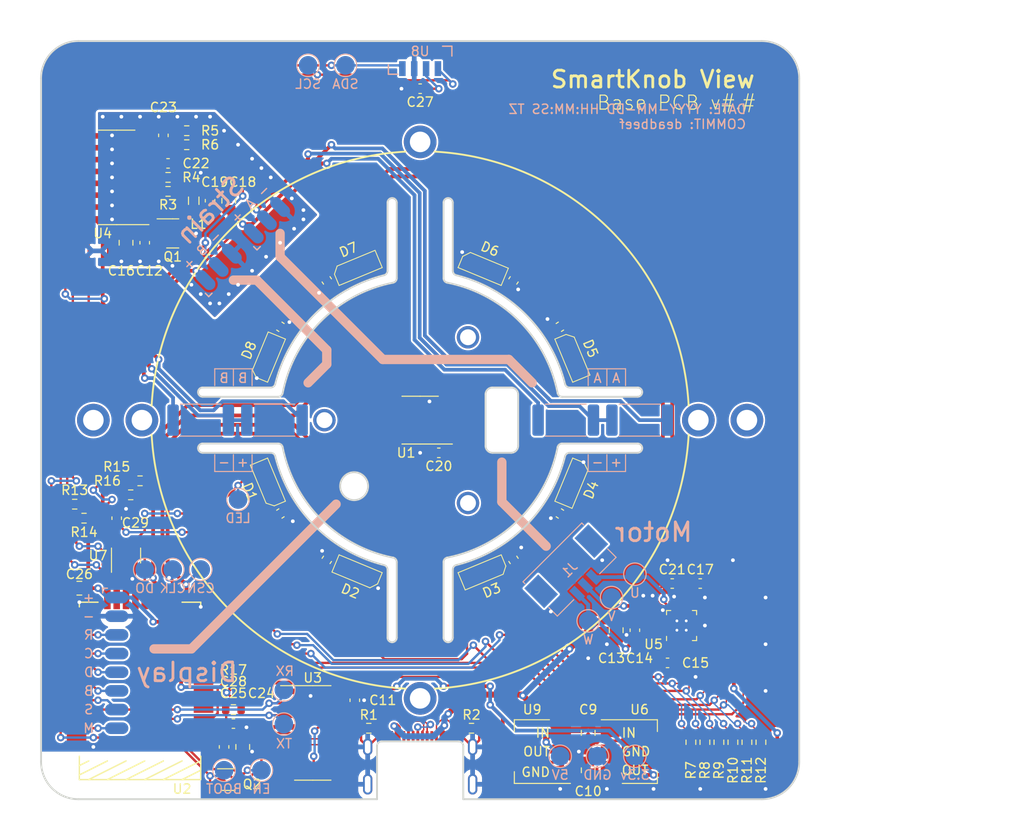
<source format=kicad_pcb>
(kicad_pcb (version 20240108) (generator "pcbnew") (generator_version "8.0")
  (layers (0 "F.Cu" signal) (31 "B.Cu" signal) (34 "B.Paste" user) (35 "F.Paste" user) (36 "B.SilkS" user "B.Silkscreen") (37 "F.SilkS" user "F.Silkscreen") (38 "B.Mask" user) (39 "F.Mask" user) (44 "Edge.Cuts" user))
  (property "COMMIT_DATE_LONG" "YYYY-MM-DD HH:MM:SS TZ")
  (property "COMMIT_HASH" "deadbeef")
  (property "RELEASE_VERSION" "v#.#")
  (net 0 "")
  (net 1 "GND")
  (net 2 "Net-(D1-Pad3)")
  (net 3 "Net-(D2-Pad3)")
  (net 4 "Net-(D3-Pad3)")
  (net 5 "Net-(D4-Pad3)")
  (net 6 "Net-(D5-Pad3)")
  (net 7 "Net-(D6-Pad3)")
  (net 8 "Net-(D7-Pad3)")
  (net 9 "/USB_CC1")
  (net 10 "/USB_D-")
  (net 11 "/USB_D+")
  (net 12 "/USB_CC2")
  (net 13 "Net-(C15-Pad2)")
  (net 14 "/STRAIN_E+")
  (net 15 "Net-(C21-Pad1)")
  (net 16 "Net-(C22-Pad2)")
  (net 17 "Net-(C23-Pad2)")
  (net 18 "Net-(C23-Pad1)")
  (net 19 "Net-(J1-Pad3)")
  (net 20 "Net-(J1-Pad2)")
  (net 21 "Net-(J1-Pad1)")
  (net 22 "Net-(L1-Pad1)")
  (net 23 "Net-(Q1-Pad1)")
  (net 24 "Net-(R3-Pad2)")
  (net 25 "/STRAIN_S-")
  (net 26 "/STRAIN_S+")
  (net 27 "/RTS")
  (net 28 "/DTR")
  (net 29 "/ESP32_EN")
  (net 30 "/ESP32_BOOT")
  (net 31 "/USB_SERIAL_RXI")
  (net 32 "/USB_SERIAL_TXO")
  (net 33 "/LED_DATA_5V")
  (net 34 "/LCD_CMD")
  (net 35 "/LCD_CS")
  (net 36 "/LCD_BACKLIGHT")
  (net 37 "/LCD_DATA")
  (net 38 "/LCD_SCK")
  (net 39 "/LCD_RST")
  (net 40 "/MAG_DO")
  (net 41 "/MAG_CLK")
  (net 42 "/MAG_CSN")
  (net 43 "/STRAIN_DO")
  (net 44 "/STRAIN_SCK")
  (net 45 "/TMC_UH")
  (net 46 "/TMC_VH")
  (net 47 "/TMC_WH")
  (net 48 "/TMC_UL")
  (net 49 "/TMC_WL")
  (net 50 "/TMC_VL")
  (net 51 "/TMC_DIAG")
  (net 52 "/LED_DATA_3V3")
  (net 53 "/SDA")
  (net 54 "/SCL")
  (net 55 "GNDA")
  (net 89 "+5V")
  (net 90 "+3V3")
  (footprint "Capacitor_SMD:C_0603_1608Metric" (layer "F.Cu") (at 90 114.967 56.2)
    (property "Reference" "C2" (hide yes))
    (property "Value" "0.1uF")
  )
  (footprint "Holes:MountingHole_M1.6" (layer "F.Cu") (at 105.125427 91.1225)
    (property "Reference" "H3" (hide yes))
    (property "Value" "MotorHole")
  )
  (footprint "Holes:MountingHole_M1.6" (layer "F.Cu") (at 105.125427 108.877499)
    (property "Reference" "H1" (hide yes))
    (property "Value" "MotorHole")
  )
  (footprint "Holes:MountingHole_M1.6" (layer "F.Cu") (at 89.749146 100)
    (property "Reference" "H2" (hide yes))
    (property "Value" "MotorHole")
  )
  (footprint "Holes:MountingHole_2.2mm_M2_ISO7380_Pad_NonVirtual" (layer "F.Cu") (at 100 129.8)
    (property "Reference" "H4" (hide yes))
    (property "Value" "MountHole")
  )
  (footprint "Holes:MountingHole_2.2mm_M2_ISO7380_Pad_NonVirtual" (layer "F.Cu") (at 70.2 100)
    (property "Reference" "H5" (hide yes))
    (property "Value" "MountHole")
  )
  (footprint "Holes:MountingHole_2.2mm_M2_ISO7380_Pad_NonVirtual" (layer "F.Cu") (at 100 70.2)
    (property "Reference" "H6" (hide yes))
    (property "Value" "MountHole")
  )
  (footprint "sk6812:SK6812-SIDE-A" (layer "F.Cu") (at 91.735336 115.248051 -22.5)
    (property "Reference" "D2")
    (property "Value" "SK6812SIDE-A")
  )
  (footprint "Holes:MountingHole_2.2mm_M2_ISO7380_Pad_NonVirtual" (layer "F.Cu") (at 129.8 100)
    (property "Reference" "H7" (hide yes))
    (property "Value" "MountHole")
  )
  (footprint "Capacitor_SMD:C_0603_1608Metric" (layer "F.Cu") (at 85.033 110 33.7)
    (property "Reference" "C1" (hide yes))
    (property "Value" "0.1uF")
  )
  (footprint "sk6812:SK6812-SIDE-A" (layer "F.Cu") (at 83.374 104.938 -67.5)
    (property "Reference" "D1")
    (property "Value" "SK6812SIDE-A")
  )
  (footprint "GCT_USB:USB4510_NoPaste" (layer "F.Cu") (at 100 140.6)
    (property "Reference" "J2")
    (property "Value" "USB_C_Receptacle_USB2.0")
    (fp_line (start -4.62 0) (end -4.62 -5.7) (stroke (width 0.2)) (layer "Edge.Cuts"))
    (fp_line (start -4.12 -6.2) (end 4.12 -6.2) (stroke (width 0.2)) (layer "Edge.Cuts"))
    (fp_line (start 4.62 0) (end 4.62 -5.7) (stroke (width 0.2)) (layer "Edge.Cuts"))
    (fp_arc (start -4.62 -5.7) (mid -4.473553 -6.053553) (end -4.12 -6.2) (stroke (width 0.2)) (layer "Edge.Cuts"))
    (fp_arc (start 4.12 -6.2) (mid 4.473553 -6.053553) (end 4.62 -5.7) (stroke (width 0.2)) (layer "Edge.Cuts"))
  )
  (footprint "Resistor_SMD:R_0603_1608Metric" (layer "F.Cu") (at 94.5 133 180)
    (property "Reference" "R1")
    (property "Value" "5.1k")
  )
  (footprint "Resistor_SMD:R_0603_1608Metric" (layer "F.Cu") (at 105.5 133)
    (property "Reference" "R2")
    (property "Value" "5.1k")
  )
  (footprint "lilygo_micro32:T-Micro32" (layer "F.Cu") (at 76.5 135 180)
    (property "Reference" "U2")
    (property "Value" "T-Micro32_Plus")
  )
  (footprint "Capacitor_SMD:C_0603_1608Metric" (layer "F.Cu") (at 93 130 -90)
    (property "Reference" "C11")
    (property "Value" "0.1uF")
  )
  (footprint "Capacitor_SMD:C_0805_2012Metric" (layer "F.Cu") (at 121 122.5 -90)
    (property "Reference" "C13")
    (property "Value" "22uF")
  )
  (footprint "Capacitor_SMD:C_0603_1608Metric" (layer "F.Cu") (at 123 122.5 -90)
    (property "Reference" "C14")
    (property "Value" "0.1uF")
  )
  (footprint "Capacitor_SMD:C_0603_1608Metric" (layer "F.Cu") (at 126.5 126)
    (property "Reference" "C15")
    (property "Value" "0.1uF")
  )
  (footprint "Capacitor_SMD:C_0805_2012Metric" (layer "F.Cu") (at 68.5 81 -90)
    (property "Reference" "C16")
    (property "Value" "10uF")
  )
  (footprint "Capacitor_SMD:C_0603_1608Metric" (layer "F.Cu") (at 130 117.5)
    (property "Reference" "C17")
    (property "Value" "0.1uF")
  )
  (footprint "Capacitor_SMD:C_0805_2012Metric" (layer "F.Cu") (at 79.5 76.5 90)
    (property "Reference" "C18")
    (property "Value" "10uF")
  )
  (footprint "Capacitor_SMD:C_0603_1608Metric" (layer "F.Cu") (at 73 72.5 180)
    (property "Reference" "C22")
    (property "Value" "0.1uF")
  )
  (footprint "Package_TO_SOT_SMD:SOT-23" (layer "F.Cu") (at 73.5 80)
    (property "Reference" "Q1")
    (property "Value" "MMBT4403")
  )
  (footprint "Resistor_SMD:R_0603_1608Metric" (layer "F.Cu") (at 73 74)
    (property "Reference" "R4")
    (property "Value" "8.2k")
  )
  (footprint "Resistor_SMD:R_0603_1608Metric" (layer "F.Cu") (at 75 70.5)
    (property "Reference" "R5")
    (property "Value" "100")
  )
  (footprint "Modified:SOT-223-3_TabPin2_InGndOut" (layer "F.Cu") (at 123.5 135.5)
    (property "Reference" "U6")
    (property "Value" "AP2114HA-3.3")
  )
  (footprint "Capacitor_SMD:C_0805_2012Metric" (layer "F.Cu") (at 63.5 118 180)
    (property "Reference" "C26")
    (property "Value" "10uF")
  )
  (footprint "Package_TO_SOT_SMD:SOT-363_SC-70-6" (layer "F.Cu") (at 79.5 138.5)
    (property "Reference" "Q2")
    (property "Value" "UMH3N")
  )
  (footprint "view_custom:ViewKeepouts3d" (layer "F.Cu") (at 100 100)
    (property "Reference" "Z5" (hide yes))
    (property "Value" "dummy_keepouts")
  )
  (footprint "Package_SO:SOIC-16_3.9x9.9mm_P1.27mm" (layer "F.Cu") (at 88.5 133.5)
    (property "Reference" "U3")
    (property "Value" "CH340C")
  )
  (footprint "Capacitor_SMD:C_0603_1608Metric" (layer "F.Cu") (at 70.5 81 -90)
    (property "Reference" "C12")
    (property "Value" "0.1uF")
  )
  (footprint "Package_TO_SOT_SMD:SOT-23-5" (layer "F.Cu") (at 68.5 114.5 90)
    (property "Reference" "U7")
    (property "Value" "SN74LV1T34DBV")
  )
  (footprint "Capacitor_SMD:C_0603_1608Metric" (layer "F.Cu") (at 90 85.033 -56.3)
    (property "Reference" "C7" (hide yes))
    (property "Value" "0.1uF")
  )
  (footprint "sk6812:SK6812-SIDE-A" (layer "F.Cu") (at 95.062 83.374 -157.5)
    (property "Reference" "D7")
    (property "Value" "SK6812SIDE-A")
  )
  (footprint "sk6812:SK6812-SIDE-A" (layer "F.Cu") (at 84.751949 91.735336 -112.5)
    (property "Reference" "D8")
    (property "Value" "SK6812SIDE-A")
  )
  (footprint "Capacitor_SMD:C_0603_1608Metric" (layer "F.Cu") (at 85.033 90 -33.8)
    (property "Reference" "C8" (hide yes))
    (property "Value" "0.1uF")
  )
  (footprint "Inductor_SMD:L_0805_2012Metric" (layer "F.Cu") (at 75.75 76.5 -90)
    (property "Reference" "L1")
    (property "Value" "3.3uH")
  )
  (footprint "Modified:QFN-20-1EP_3x3mm_P0.4mm_EP1.65x1.65mm_ThermalVias_LargerViaHoles" (layer "F.Cu") (at 128 122 90)
    (property "Reference" "U5")
    (property "Value" "TMC6300")
  )
  (footprint "Capacitor_SMD:C_0603_1608Metric" (layer "F.Cu") (at 100 64.5 180)
    (property "Reference" "C27")
    (property "Value" "0.1uF")
  )
  (footprint "Capacitor_SMD:C_0603_1608Metric" (layer "F.Cu") (at 127 117.5 180)
    (property "Reference" "C21")
    (property "Value" "0.1uF")
  )
  (footprint "Resistor_SMD:R_0603_1608Metric" (layer "F.Cu") (at 70 106.5 180)
    (property "Reference" "R16")
    (property "Value" "2.2k")
  )
  (footprint "Package_SO:SOIC-8_3.9x4.9mm_P1.27mm" (layer "F.Cu") (at 100 100 180)
    (property "Reference" "U1")
    (property "Value" "MT6701-CT")
  )
  (footprint "Capacitor_SMD:C_0603_1608Metric" (layer "F.Cu") (at 102 103.5 180)
    (property "Reference" "C20")
    (property "Value" "0.1uF")
  )
  (footprint "Capacitor_SMD:C_0603_1608Metric" (layer "F.Cu") (at 67.5 110.5 90)
    (property "Reference" "C29")
    (property "Value" "0.1uF")
  )
  (footprint "Resistor_SMD:R_0603_1608Metric" (layer "F.Cu") (at 69 108)
    (property "Reference" "R15")
    (property "Value" "2.2k")
  )
  (footprint "Resistor_SMD:R_0603_1608Metric" (layer "F.Cu") (at 64 110.5 180)
    (property "Reference" "R14")
    (property "Value" "2.2k")
  )
  (footprint "Resistor_SMD:R_0603_1608Metric" (layer "F.Cu") (at 63 109 180)
    (property "Reference" "R13")
    (property "Value" "2.2k")
  )
  (footprint "Package_SO:SOIC-16_3.9x9.9mm_P1.27mm" (layer "F.Cu") (at 67.5 74 180)
    (property "Reference" "U4")
    (property "Value" "HX711")
  )
  (footprint "Resistor_SMD:R_0603_1608Metric" (layer "F.Cu") (at 75 69 180)
    (property "Reference" "R6")
    (property "Value" "100")
  )
  (footprint "Capacitor_SMD:C_0603_1608Metric" (layer "F.Cu") (at 77.5 76.5 90)
    (property "Reference" "C19")
    (property "Value" "0.1uF")
  )
  (footprint "Resistor_SMD:R_0603_1608Metric" (layer "F.Cu") (at 73 75.5 180)
    (property "Reference" "R3")
    (property "Value" "10k")
  )
  (footprint "Capacitor_SMD:C_0603_1608Metric" (layer "F.Cu") (at 72.5 69.5 -90)
    (property "Reference" "C23")
    (property "Value" "0.1uF")
  )
  (footprint "Resistor_SMD:R_0603_1608Metric" (layer "F.Cu") (at 129 134.5 -90)
    (property "Reference" "R7")
    (property "Value" "10k")
  )
  (footprint "Resistor_SMD:R_0603_1608Metric" (layer "F.Cu") (at 130.5 134.5 -90)
    (property "Reference" "R8")
    (property "Value" "10k")
  )
  (footprint "Resistor_SMD:R_0603_1608Metric" (layer "F.Cu") (at 136.5 134.5 -90)
    (property "Reference" "R12")
    (property "Value" "10k")
  )
  (footprint "Resistor_SMD:R_0603_1608Metric" (layer "F.Cu") (at 132 134.5 -90)
    (property "Reference" "R9")
    (property "Value" "10k")
  )
  (footprint "Resistor_SMD:R_0603_1608Metric" (layer "F.Cu") (at 133.5 134.5 -90)
    (property "Reference" "R10")
    (property "Value" "10k")
  )
  (footprint "Resistor_SMD:R_0603_1608Metric" (layer "F.Cu") (at 135 134.5 -90)
    (property "Reference" "R11")
    (property "Value" "10k")
  )
  (footprint "Resistor_SMD:R_0603_1608Metric" (layer "F.Cu") (at 80 131 180)
    (property "Reference" "R17")
    (property "Value" "10k")
  )
  (footprint "Capacitor_SMD:C_0603_1608Metric" (layer "F.Cu") (at 80 132.5)
    (property "Reference" "C28")
    (property "Value" "1uF")
  )
  (footprint "Capacitor_SMD:C_0603_1608Metric" (layer "F.Cu") (at 79 135 -90)
    (property "Reference" "C25")
    (property "Value" "0.1uF")
  )
  (footprint "Capacitor_SMD:C_0805_2012Metric" (layer "F.Cu") (at 118 137.5 90)
    (property "Reference" "C10")
    (property "Value" "10uF")
  )
  (footprint "Capacitor_SMD:C_0805_2012Metric" (layer "F.Cu") (at 118 133.5 -90)
    (property "Reference" "C9")
    (property "Value" "10uF")
  )
  (footprint "BOM_Only:bom_only_no_pin" (layer "F.Cu") (at 155.5 81)
    (property "Reference" "Z6")
    (property "Value" "RotorScrew (BOM-only)")
  )
  (footprint "BOM_Only:bom_only_no_pin" (layer "F.Cu") (at 155.5 75.5)
    (property "Reference" "Z7")
    (property "Value" "RotorScrew (BOM-only)")
  )
  (footprint "BOM_Only:bom_only_no_pin" (layer "F.Cu") (at 155.5 85)
    (property "Reference" "Z8")
    (property "Value" "RotorScrew (BOM-only)")
  )
  (footprint "BOM_Only:bom_only_no_pin" (layer "F.Cu") (at 155.5 73)
    (property "Reference" "Z9")
    (property "Value" "WatchGlass39.5mm")
  )
  (footprint "BOM_Only:bom_only_no_pin" (layer "F.Cu") (at 155.5 79)
    (property "Reference" "Z10")
    (property "Value" "BLDCMotor")
  )
  (footprint "Holes:MountingHole_2.2mm_M2_ISO7380_Pad_NonVirtual" (layer "F.Cu") (at 135 100)
    (property "Reference" "H8" (hide yes))
    (property "Value" "AlignmentHole")
  )
  (footprint "Holes:MountingHole_2.2mm_M2_ISO7380_Pad_NonVirtual" (layer "F.Cu") (at 65 100)
    (property "Reference" "H9" (hide yes))
    (property "Value" "AlignmentHole")
  )
  (footprint "Capacitor_SMD:C_0805_2012Metric" (layer "F.Cu") (at 81 135 -90)
    (property "Reference" "C24")
    (property "Value" "10uF")
  )
  (footprint "Capacitor_SMD:C_0603_1608Metric" (layer "F.Cu") (at 114.967 90 -146.3)
    (property "Reference" "C5" (hide yes))
    (property "Value" "0.1uF")
  )
  (footprint "sk6812:SK6812-SIDE-A" (layer "F.Cu") (at 116.626 95.062 112.5)
    (property "Reference" "D5")
    (property "Value" "SK6812SIDE-A")
  )
  (footprint "Capacitor_SMD:C_0603_1608Metric" (layer "F.Cu") (at 110 114.967 123.7)
    (property "Reference" "C3" (hide yes))
    (property "Value" "0.1uF")
  )
  (footprint "Modified:SOT-223-3_TabPin2_GndOutIn" (layer "F.Cu") (at 112 135.5 180)
    (property "Reference" "U9")
    (property "Value" "TS1117BCW33_RPG")
  )
  (footprint "Capacitor_SMD:C_0603_1608Metric" (layer "F.Cu") (at 110 85.033 -123.8)
    (property "Reference" "C6" (hide yes))
    (property "Value" "0.1uF")
  )
  (footprint "sk6812:SK6812-SIDE-A" (layer "F.Cu") (at 108.264664 84.751949 157.5)
    (property "Reference" "D6")
    (property "Value" "SK6812SIDE-A")
  )
  (footprint "sk6812:SK6812-SIDE-A" (layer "F.Cu") (at 115.248051 108.264664 67.5)
    (property "Reference" "D4")
    (property "Value" "SK6812SIDE-A")
  )
  (footprint "Capacitor_SMD:C_0603_1608Metric" (layer "F.Cu") (at 114.967 110 146.2)
    (property "Reference" "C4" (hide yes))
    (property "Value" "0.1uF")
  )
  (footprint "sk6812:SK6812-SIDE-A" (layer "F.Cu") (at 104.938 116.626 22.5)
    (property "Reference" "D3")
    (property "Value" "SK6812SIDE-A")
  )
  (footprint "SolderPads:SolderPads_2mm_8" (layer "B.Cu") (at 67.5 119 -90)
    (property "Reference" "J3" (hide yes))
    (property "Value" "LCD")
  )
  (footprint "SolderPads:SolderPads_2mm_3_STRAIN" (layer "B.Cu") (at 82.171573 80 45)
    (property "Reference" "J4" (hide yes))
    (property "Value" "A")
  )
  (footprint "VEML7700:VEML7700-TOP" (layer "B.Cu") (at 100 61 180)
    (property "Reference" "U8")
    (property "Value" "VEML7700")
  )
  (footprint "SolderPads:SolderPads_2mm_3_STRAIN" (layer "B.Cu") (at 77 85 45)
    (property "Reference" "J5" (hide yes))
    (property "Value" "B")
  )
  (footprint "Molex:532610371" (layer "B.Cu") (at 116.816 118.584 45)
    (property "Reference" "J1")
    (property "Value" "BLDC")
  )
  (footprint "Modified:TestPoint_Pad_D2.0mm_ValueSilk" (layer "B.Cu") (at 115 136)
    (property "Reference" "TP1" (hide yes))
    (property "Value" "5V" (hide yes))
  )
  (footprint "Modified:TestPoint_Pad_D2.0mm_ValueSilk" (layer "B.Cu") (at 123 136)
    (property "Reference" "TP2" (hide yes))
    (property "Value" "3.3v" (hide yes))
  )
  (footprint "Modified:TestPoint_Pad_D2.0mm_ValueSilk" (layer "B.Cu") (at 119 136)
    (property "Reference" "TP3" (hide yes))
    (property "Value" "GND" (hide yes))
  )
  (footprint "Modified:TestPoint_Pad_D2.0mm_ValueSilk" (layer "B.Cu") (at 92 62)
    (property "Reference" "TP4" (hide yes))
    (property "Value" "SDA" (hide yes))
  )
  (footprint "Modified:TestPoint_Pad_D2.0mm_ValueSilk" (layer "B.Cu") (at 88 62)
    (property "Reference" "TP5" (hide yes))
    (property "Value" "SCL" (hide yes))
  )
  (footprint "Modified:TestPoint_Pad_D2.0mm_ValueSilk" (layer "B.Cu") (at 123 116.5)
    (property "Reference" "TP6" (hide yes))
    (property "Value" "U" (hide yes))
  )
  (footprint "Modified:TestPoint_Pad_D2.0mm_ValueSilk" (layer "B.Cu") (at 120.5 119)
    (property "Reference" "TP7" (hide yes))
    (property "Value" "V" (hide yes))
  )
  (footprint "Modified:TestPoint_Pad_D2.0mm_ValueSilk" (layer "B.Cu") (at 118 121.5)
    (property "Reference" "TP8" (hide yes))
    (property "Value" "W" (hide yes))
  )
  (footprint "Modified:TestPoint_Pad_D2.0mm_ValueSilk" (layer "B.Cu") (at 76.5 116)
    (property "Reference" "TP9" (hide yes))
    (property "Value" "CSN" (hide yes))
  )
  (footprint "Modified:TestPoint_Pad_D2.0mm_ValueSilk" (layer "B.Cu") (at 70.5 116)
    (property "Reference" "TP11" (hide yes))
    (property "Value" "DO" (hide yes))
  )
  (footprint "Modified:TestPoint_Pad_D2.0mm_ValueSilk" (layer "B.Cu") (at 80.5 108.5)
    (property "Reference" "TP12" (hide yes))
    (property "Value" "LED" (hide yes))
  )
  (footprint "Modified:TestPoint_Pad_D2.0mm_ValueSilk" (layer "B.Cu") (at 73.5 116)
    (property "Reference" "TP10" (hide yes))
    (property "Value" "CLK" (hide yes))
  )
  (footprint "Modified:TestPoint_Pad_D2.0mm_ValueSilk" (layer "B.Cu") (at 83 137.5)
    (property "Reference" "TP13" (hide yes))
    (property "Value" "EN" (hide yes))
  )
  (footprint "Modified:TestPoint_Pad_D2.0mm_ValueSilk" (layer "B.Cu") (at 79 137.5)
    (property "Reference" "TP14" (hide yes))
    (property "Value" "BOOT" (hide yes))
  )
  (footprint "Modified:TestPoint_Pad_D2.0mm_ValueSilk" (layer "B.Cu") (at 85.405277 132.553405 180)
    (property "Reference" "TP15" (hide yes))
    (property "Value" "TX" (hide yes))
  )
  (footprint "Modified:TestPoint_Pad_D2.0mm_ValueSilk" (layer "B.Cu") (at 85.405277 128.905 180)
    (property "Reference" "TP16" (hide yes))
    (property "Value" "RX" (hide yes))
  )
  (footprint "Resistor_SMD:R_2512_6332Metric" (layer "B.Cu") (at 123.5 100 180)
    (property "Reference" "R18" (hide yes))
    (property "Value" "330")
  )
  (footprint "NetTie:NetTie-2_SMD_Pad0.5mm" (layer "B.Cu") (at 65.361814 81.871814 180)
    (property "Reference" "NT1" (hide yes))
    (property "Value" "NetTie_2" (hide yes))
  )
  (footprint "Resistor_SMD:R_2512_6332Metric" (layer "B.Cu") (at 76.5 100)
    (property "Reference" "R21" (hide yes))
    (property "Value" "330")
  )
  (footprint "Resistor_SMD:R_2512_6332Metric" (layer "B.Cu") (at 115.6 100 180)
    (property "Reference" "R19" (hide yes))
    (property "Value" "330")
  )
  (footprint "Resistor_SMD:R_2512_6332Metric" (layer "B.Cu") (at 84.4 100)
    (property "Reference" "R20" (hide yes))
    (property "Value" "330")
  )
  (gr_line (start 78 96.3) (end 78 94.5) (stroke (width 0.12)) (layer "B.SilkS"))
  (gr_line (start 78 103.7) (end 78 105.5) (stroke (width 0.12)) (layer "B.SilkS"))
  (gr_line (start 80 96.3) (end 80 94.5) (stroke (width 0.12)) (layer "B.SilkS"))
  (gr_line (start 82 105.5) (end 82 103.7) (stroke (width 0.12)) (layer "B.SilkS"))
  (gr_line (start 78 105.5) (end 82 105.5) (stroke (width 0.12)) (layer "B.SilkS"))
  (gr_line (start 78 94.5) (end 82 94.5) (stroke (width 0.12)) (layer "B.SilkS"))
  (gr_line (start 82 94.5) (end 82 96.3) (stroke (width 0.12)) (layer "B.SilkS"))
  (gr_line (start 80 105.5) (end 80 103.7) (stroke (width 0.12)) (layer "B.SilkS"))
  (gr_line (start 90 94) (end 90 92.5) (stroke (width 1)) (layer "B.SilkS"))
  (gr_line (start 96 93.5) (end 85 82.5) (stroke (width 1)) (layer "B.SilkS"))
  (gr_line (start 75.5 124.5) (end 71.5 124.5) (stroke (width 1)) (layer "B.SilkS"))
  (gr_line (start 118 96.3) (end 118 94.5) (stroke (width 0.12)) (layer "B.SilkS"))
  (gr_line (start 118 94.5) (end 122 94.5) (stroke (width 0.12)) (layer "B.SilkS"))
  (gr_line (start 88 96) (end 90 94) (stroke (width 1)) (layer "B.SilkS"))
  (gr_line (start 122 94.5) (end 122 96.3) (stroke (width 0.12)) (layer "B.SilkS"))
  (gr_line (start 109.5 93.5) (end 96 93.5) (stroke (width 1)) (layer "B.SilkS"))
  (gr_line (start 90 92.5) (end 82.5 85) (stroke (width 1)) (layer "B.SilkS"))
  (gr_line (start 112 96) (end 109.5 93.5) (stroke (width 1)) (layer "B.SilkS"))
  (gr_line (start 108.75 104.5) (end 108.75 108.75) (stroke (width 1)) (layer "B.SilkS"))
  (gr_line (start 120 96.3) (end 120 94.5) (stroke (width 0.12)) (layer "B.SilkS"))
  (gr_line (start 108.75 108.75) (end 113.5 113.5) (stroke (width 1)) (layer "B.SilkS"))
  (gr_line (start 118 103.7) (end 118 105.5) (stroke (width 0.12)) (layer "B.SilkS"))
  (gr_line (start 122 105.5) (end 122 103.7) (stroke (width 0.12)) (layer "B.SilkS"))
  (gr_line (start 85 82.5) (end 85 80) (stroke (width 1)) (layer "B.SilkS"))
  (gr_line (start 120 105.5) (end 120 103.7) (stroke (width 0.12)) (layer "B.SilkS"))
  (gr_line (start 91 109) (end 75.5 124.5) (stroke (width 1)) (layer "B.SilkS"))
  (gr_line (start 82.5 85) (end 80 85) (stroke (width 1)) (layer "B.SilkS"))
  (gr_line (start 118 105.5) (end 122 105.5) (stroke (width 0.12)) (layer "B.SilkS"))
  (gr_arc (start 98.452153 128.758375) (mid 79.64214 120.371488) (end 71.242667 101.567092) (stroke (width 0.2)) (layer "F.SilkS"))
  (gr_arc (start 128.758375 101.547847) (mid 120.371488 120.35786) (end 101.567092 128.757333) (stroke (width 0.2)) (layer "F.SilkS"))
  (gr_arc (start 101.547847 71.241625) (mid 120.35786 79.628512) (end 128.757333 98.432908) (stroke (width 0.2)) (layer "F.SilkS"))
  (gr_arc (start 71.241625 98.452153) (mid 79.628512 79.64214) (end 98.432908 71.242667) (stroke (width 0.2)) (layer "F.SilkS"))
  (gr_line (start 84.793094 102.499999) (end 76.709801 102.499999) (stroke (width 0.2)) (layer "Edge.Cuts"))
  (gr_line (start 96.5 116.00781) (end 96.5 123.290199) (stroke (width 0.2)) (layer "Edge.Cuts"))
  (gr_line (start 97.5 123.290199) (end 97.500001 115.206906) (stroke (width 0.2)) (layer "Edge.Cuts"))
  (gr_arc (start 103.499999 116.00781) (mid 103.605914 115.700081) (end 103.878787 115.522725) (stroke (width 0.2)) (layer "Edge.Cuts"))
  (gr_arc (start 97.5 123.290199) (mid 97 123.790199) (end 96.5 123.290199) (stroke (width 0.2)) (layer "Edge.Cuts"))
  (gr_arc (start 114.71636 102.903226) (mid 110.606601 110.606601) (end 102.903225 114.71636) (stroke (width 0.2)) (layer "Edge.Cuts"))
  (gr_arc (start 114.716361 102.903226) (mid 114.889406 102.613745) (end 115.206906 102.5) (stroke (width 0.2)) (layer "Edge.Cuts"))
  (gr_arc (start 115.522725 103.878788) (mid 111.313708 111.313709) (end 103.878787 115.522725) (stroke (width 0.2)) (layer "Edge.Cuts"))
  (gr_arc (start 110.499999 102.75) (mid 110.280329 103.28033) (end 109.749999 103.5) (stroke (width 0.2)) (layer "Edge.Cuts"))
  (gr_arc (start 115.522726 103.878787) (mid 115.700082 103.605915) (end 116.00781 103.5) (stroke (width 0.2)) (layer "Edge.Cuts"))
  (gr_line (start 110.499999 102.75) (end 110.499999 97.250001) (stroke (width 0.2)) (layer "Edge.Cuts"))
  (gr_arc (start 123.290199 96.500001) (mid 123.790199 97.000001) (end 123.290199 97.500001) (stroke (width 0.2)) (layer "Edge.Cuts"))
  (gr_arc (start 103.499999 123.290199) (mid 102.999999 123.790199) (end 102.499999 123.290199) (stroke (width 0.2)) (layer "Edge.Cuts"))
  (gr_line (start 103.499999 123.290199) (end 103.499999 116.00781) (stroke (width 0.2)) (layer "Edge.Cuts"))
  (gr_arc (start 109.749999 96.500001) (mid 110.280329 96.719671) (end 110.499999 97.250001) (stroke (width 0.2)) (layer "Edge.Cuts"))
  (gr_line (start 109.749999 96.500001) (end 107.749999 96.500001) (stroke (width 0.2)) (layer "Edge.Cuts"))
  (gr_arc (start 106.999999 97.250001) (mid 107.219669 96.719671) (end 107.749999 96.500001) (stroke (width 0.2)) (layer "Edge.Cuts"))
  (gr_line (start 106.999999 97.250001) (end 106.999999 102.75) (stroke (width 0.2)) (layer "Edge.Cuts"))
  (gr_circle (center 92.928933 107.071067) (end 94.428933 107.071067) (stroke (width 0.2)) (fill none) (layer "Edge.Cuts"))
  (gr_line (start 116.00781 103.5) (end 123.290199 103.5) (stroke (width 0.2)) (layer "Edge.Cuts"))
  (gr_arc (start 107.749999 103.5) (mid 107.219669 103.28033) (end 106.999999 102.75) (stroke (width 0.2)) (layer "Edge.Cuts"))
  (gr_arc (start 102.903226 85.28364) (mid 110.606601 89.393399) (end 114.71636 97.096775) (stroke (width 0.2)) (layer "Edge.Cuts"))
  (gr_line (start 115.206906 97.500001) (end 123.290199 97.500001) (stroke (width 0.2)) (layer "Edge.Cuts"))
  (gr_arc (start 96.121212 115.522725) (mid 88.686291 111.313708) (end 84.477275 103.878787) (stroke (width 0.2)) (layer "Edge.Cuts"))
  (gr_arc (start 115.206906 97.500002) (mid 114.889405 97.386257) (end 114.71636 97.096775) (stroke (width 0.2)) (layer "Edge.Cuts"))
  (gr_arc (start 102.499998 115.206906) (mid 102.613743 114.889405) (end 102.903225 114.71636) (stroke (width 0.2)) (layer "Edge.Cuts"))
  (gr_arc (start 140.6 136.599999) (mid 139.428427 139.428426) (end 136.6 140.599999) (stroke (width 0.2)) (layer "Edge.Cuts"))
  (gr_line (start 123.290199 102.5) (end 115.206906 102.5) (stroke (width 0.2)) (layer "Edge.Cuts"))
  (gr_arc (start 76.709801 103.499999) (mid 76.209801 102.999999) (end 76.709801 102.499999) (stroke (width 0.2)) (layer "Edge.Cuts"))
  (gr_arc (start 97.096774 114.71636) (mid 89.393399 110.606601) (end 85.28364 102.903225) (stroke (width 0.2)) (layer "Edge.Cuts"))
  (gr_arc (start 83.99219 103.499999) (mid 84.299919 103.605914) (end 84.477275 103.878787) (stroke (width 0.2)) (layer "Edge.Cuts"))
  (gr_arc (start 97.096774 114.71636) (mid 97.386256 114.889405) (end 97.500001 115.206906) (stroke (width 0.2)) (layer "Edge.Cuts"))
  (gr_line (start 76.709801 103.499999) (end 83.99219 103.499999) (stroke (width 0.2)) (layer "Edge.Cuts"))
  (gr_line (start 102.499999 115.206906) (end 102.499999 123.290199) (stroke (width 0.2)) (layer "Edge.Cuts"))
  (gr_arc (start 84.793094 102.499998) (mid 85.110595 102.613743) (end 85.28364 102.903225) (stroke (width 0.2)) (layer "Edge.Cuts"))
  (gr_line (start 107.749999 103.5) (end 109.749999 103.5) (stroke (width 0.2)) (layer "Edge.Cuts"))
  (gr_arc (start 102.903226 85.283639) (mid 102.613745 85.110594) (end 102.5 84.793094) (stroke (width 0.2)) (layer "Edge.Cuts"))
  (gr_line (start 123.290199 96.500001) (end 116.00781 96.500001) (stroke (width 0.2)) (layer "Edge.Cuts"))
  (gr_arc (start 123.290199 102.5) (mid 123.790199 103) (end 123.290199 103.5) (stroke (width 0.2)) (layer "Edge.Cuts"))
  (gr_arc (start 96.121213 115.522726) (mid 96.394085 115.700082) (end 96.5 116.00781) (stroke (width 0.2)) (layer "Edge.Cuts"))
  (gr_arc (start 59.400001 63.4) (mid 60.571574 60.571573) (end 63.400001 59.4) (stroke (width 0.2)) (layer "Edge.Cuts"))
  (gr_arc (start 136.6 59.4) (mid 139.428427 60.571573) (end 140.6 63.4) (stroke (width 0.2)) (layer "Edge.Cuts"))
  (gr_line (start 59.400001 136.599999) (end 59.400001 63.4) (stroke (width 0.2)) (layer "Edge.Cuts"))
  (gr_line (start 136.6 140.599999) (end 104.619999 140.6) (stroke (width 0.2)) (layer "Edge.Cuts"))
  (gr_line (start 95.38 140.6) (end 63.400001 140.599999) (stroke (width 0.2)) (layer "Edge.Cuts"))
  (gr_arc (start 63.400001 140.599999) (mid 60.571574 139.428426) (end 59.400001 136.599999) (stroke (width 0.2)) (layer "Edge.Cuts"))
  (gr_line (start 140.6 63.4) (end 140.6 136.599999) (stroke (width 0.2)) (layer "Edge.Cuts"))
  (gr_line (start 63.400001 59.4) (end 136.6 59.4) (stroke (width 0.2)) (layer "Edge.Cuts"))
  (gr_arc (start 97.500002 84.793094) (mid 97.386257 85.110595) (end 97.096775 85.28364) (stroke (width 0.2)) (layer "Edge.Cuts"))
  (gr_arc (start 103.878788 84.477275) (mid 111.313709 88.686292) (end 115.522725 96.121213) (stroke (width 0.2)) (layer "Edge.Cuts"))
  (gr_arc (start 103.878787 84.477274) (mid 103.605915 84.299918) (end 103.5 83.99219) (stroke (width 0.2)) (layer "Edge.Cuts"))
  (gr_arc (start 102.5 76.709801) (mid 103 76.209801) (end 103.5 76.709801) (stroke (width 0.2)) (layer "Edge.Cuts"))
  (gr_line (start 83.99219 96.5) (end 76.709801 96.5) (stroke (width 0.2)) (layer "Edge.Cuts"))
  (gr_line (start 102.5 76.709801) (end 102.5 84.793094) (stroke (width 0.2)) (layer "Edge.Cuts"))
  (gr_arc (start 116.00781 96.500001) (mid 115.700081 96.394086) (end 115.522725 96.121213) (stroke (width 0.2)) (layer "Edge.Cuts"))
  (gr_arc (start 85.28364 97.096774) (mid 89.393399 89.393399) (end 97.096775 85.28364) (stroke (width 0.2)) (layer "Edge.Cuts"))
  (gr_line (start 96.500001 76.709801) (end 96.500001 83.99219) (stroke (width 0.2)) (layer "Edge.Cuts"))
  (gr_line (start 103.5 83.99219) (end 103.5 76.709801) (stroke (width 0.2)) (layer "Edge.Cuts"))
  (gr_line (start 76.709801 97.5) (end 84.793094 97.5) (stroke (width 0.2)) (layer "Edge.Cuts"))
  (gr_arc (start 96.500001 83.99219) (mid 96.394086 84.299919) (end 96.121213 84.477275) (stroke (width 0.2)) (layer "Edge.Cuts"))
  (gr_arc (start 84.477275 96.121212) (mid 88.686292 88.686291) (end 96.121213 84.477275) (stroke (width 0.2)) (layer "Edge.Cuts"))
  (gr_arc (start 76.709801 97.5) (mid 76.209801 97) (end 76.709801 96.5) (stroke (width 0.2)) (layer "Edge.Cuts"))
  (gr_arc (start 85.283638 97.096775) (mid 85.110593 97.386256) (end 84.793094 97.5) (stroke (width 0.2)) (layer "Edge.Cuts"))
  (gr_line (start 97.500001 84.793094) (end 97.500001 76.709801) (stroke (width 0.2)) (layer "Edge.Cuts"))
  (gr_arc (start 96.500001 76.709801) (mid 97.000001 76.209801) (end 97.500001 76.709801) (stroke (width 0.2)) (layer "Edge.Cuts"))
  (gr_arc (start 84.477274 96.121213) (mid 84.299918 96.394085) (end 83.99219 96.5) (stroke (width 0.2)) (layer "Edge.Cuts"))
  (gr_text "B" (at 79 95.5 0) (layer "B.SilkS") (effects (font (size 1 1)) (justify mirror)))
  (gr_text "B" (at 81 95.5 0) (layer "B.SilkS") (effects (font (size 1 1)) (justify mirror)))
  (gr_text "-" (at 79 104.5 0) (layer "B.SilkS") (effects (font (size 1 1)) (justify mirror)))
  (gr_text "+" (at 81 104.5 0) (layer "B.SilkS") (effects (font (size 1 1)) (justify mirror)))
  (gr_text "Motor" (at 125 112 0) (layer "B.SilkS") (effects (font (size 2 2) (thickness 0.3)) (justify mirror)))
  (gr_text "Display" (at 75 127 0) (layer "B.SilkS") (effects (font (size 2 2) (thickness 0.3)) (justify mirror)))
  (gr_text "S" (at 64.5 131 0) (layer "B.SilkS") (effects (font (size 1 1)) (justify mirror)))
  (gr_text "C" (at 64.5 125 0) (layer "B.SilkS") (effects (font (size 1 1)) (justify mirror)))
  (gr_text "M" (at 64.5 133 0) (layer "B.SilkS") (effects (font (size 1 1)) (justify mirror)))
  (gr_text "DATE: ${COMMIT_DATE_LONG}\nCOMMIT: ${COMMIT_HASH}\n" (at 135 67.5 0) (layer "B.SilkS") (effects (font (size 1 1)) (justify left mirror)))
  (gr_text "+" (at 121 104.5 0) (layer "B.SilkS") (effects (font (size 1 1)) (justify mirror)))
  (gr_text "A" (at 121 95.5 0) (layer "B.SilkS") (effects (font (size 1 1)) (justify mirror)))
  (gr_text "+" (at 64.5 119 0) (layer "B.SilkS") (effects (font (size 1 1)) (justify mirror)))
  (gr_text "R" (at 64.5 123 0) (layer "B.SilkS") (effects (font (size 1 1)) (justify mirror)))
  (gr_text "B" (at 64.5 129 0) (layer "B.SilkS") (effects (font (size 1 1)) (justify mirror)))
  (gr_text "A" (at 119 95.5 0) (layer "B.SilkS") (effects (font (size 1 1)) (justify mirror)))
  (gr_text "-" (at 119 104.5 0) (layer "B.SilkS") (effects (font (size 1 1)) (justify mirror)))
  (gr_text "D" (at 64.5 127 0) (layer "B.SilkS") (effects (font (size 1 1)) (justify mirror)))
  (gr_text "-" (at 64.5 121 0) (layer "B.SilkS") (effects (font (size 1 1)) (justify mirror)))
  (gr_text "Strain" (at 77.5 77.5 45) (layer "B.SilkS") (effects (font (size 2 2) (thickness 0.3)) (justify mirror)))
  (gr_text "Base PCB ${RELEASE_VERSION}" (at 136 66 0) (layer "F.SilkS") (effects (font (size 1.5 1.5) (thickness 0.12)) (justify right)))
  (gr_text "SmartKnob View" (at 136 63.5 0) (layer "F.SilkS") (effects (font (size 1.8 1.8) (thickness 0.3)) (justify right)))
  (segment (start 104.938698 82.438698) (end 104.5 82) (width 0.25) (layer "F.Cu") (net 1))
  (segment (start 114.322987 109.568871) (end 114.322987 110.177013) (width 0.25) (layer "F.Cu") (net 1))
  (segment (start 104.938698 83.374289) (end 104.938698 82.438698) (width 0.25) (layer "F.Cu") (net 1))
  (segment (start 114.322987 110.177013) (end 114 110.5) (width 0.25) (layer "F.Cu") (net 1))
  (segment (start 108.263966 115.24834) (end 108.643892 115.24834) (width 0.25) (layer "F.Cu") (net 1))
  (segment (start 108.643892 115.24834) (end 109.569996 114.322236) (width 0.25) (layer "F.Cu") (net 1))
  (segment (start 110.145089 114.322236) (end 110.828626 113.638699) (width 0.25) (layer "F.Cu") (net 1))
  (segment (start 109.569996 114.322236) (end 110.145089 114.322236) (width 0.25) (layer "F.Cu") (net 1))
  (segment (start 101.095 98.095) (end 101 98) (width 0.25) (layer "F.Cu") (net 1))
  (segment (start 101.225 103.5) (end 100 103.5) (width 0.25) (layer "F.Cu") (net 1))
  (segment (start 102.475 98.095) (end 101.095 98.095) (width 0.25) (layer "F.Cu") (net 1))
  (segment (start 62.55 118) (end 62.55 118.55) (width 0.65) (layer "F.Cu") (net 1))
  (segment (start 95.061302 116.625711) (end 95.061302 117.561302) (width 0.25) (layer "F.Cu") (net 1))
  (segment (start 93 130.775) (end 93.225 130.775) (width 0.25) (layer "F.Cu") (net 1))
  (segment (start 89.854911 85.677764) (end 89.171374 86.361301) (width 0.25) (layer "F.Cu") (net 1))
  (segment (start 81 135.95) (end 81.55 135.95) (width 0.25) (layer "F.Cu") (net 1))
  (segment (start 69.45 116.72501) (end 69.17501 117) (width 0.25) (layer "F.Cu") (net 1))
  (segment (start 93.675 133) (end 93.675 134.295) (width 0.25) (layer "F.Cu") (net 1))
  (segment (start 89.822987 114.322987) (end 89.5 114) (width 0.25) (layer "F.Cu") (net 1))
  (segment (start 126.225 117.5) (end 126.2 117.5) (width 0.25) (layer "F.Cu") (net 1))
  (segment (start 116.625711 104.938698) (end 117.061302 104.938698) (width 0.25) (layer "F.Cu") (net 1))
  (segment (start 104.47 133.85) (end 105.62 135) (width 0.25) (layer "F.Cu") (net 1))
  (segment (start 117.061302 104.938698) (end 117.5 104.5) (width 0.25) (layer "F.Cu") (net 1))
  (segment (start 114.322236 89.854911) (end 113.638699 89.171374) (width 0.25) (layer "F.Cu") (net 1))
  (segment (start 85.677764 110.145089) (end 86.361301 110.828626) (width 0.25) (layer "F.Cu") (net 1))
  (segment (start 95.061302 117.561302) (end 95.5 118) (width 0.25) (layer "F.Cu") (net 1))
  (segment (start 106.325 133) (end 106.325 134.295) (width 0.25) (layer "F.Cu") (net 1))
  (segment (start 91.736034 84.75166) (end 91.356108 84.75166) (width 0.25) (layer "F.Cu") (net 1))
  (segment (start 85.677013 90.431129) (end 85.677013 89.822987) (width 0.25) (layer "F.Cu") (net 1))
  (segment (start 80.825 135.775) (end 81 135.95) (width 0.25) (layer "F.Cu") (net 1))
  (segment (start 120 124) (end 120.45 124) (width 0.65) (layer "F.Cu") (net 1))
  (segment (start 115.24834 91.356108) (end 114.322236 90.430004) (width 0.25) (layer "F.Cu") (net 1))
  (segment (start 126.2 117.5) (end 124.9 118.8) (width 0.25) (layer "F.Cu") (net 1))
  (segment (start 90.430004 85.677764) (end 89.854911 85.677764) (width 0.25) (layer "F.Cu") (net 1))
  (segment (start 76.5 135) (end 78.225 135) (width 0.25) (layer "F.Cu") (net 1))
  (segment (start 126.55 122.8) (end 124.025 122.8) (width 0.25) (layer "F.Cu") (net 1))
  (segment (start 96.8 133.85) (end 95.53 133.85) (width 0.25) (layer "F.Cu") (net 1))
  (segment (start 84.75166 108.263966) (end 84.75166 108.643892) (width 0.25) (layer "F.Cu") (net 1))
  (segment (start 126.55 121.2) (end 126.55 120.908226) (width 0.25) (layer "F.Cu") (net 1))
  (segment (start 127.6 119.3) (end 127.6 120.55) (width 0.15) (layer "F.Cu") (net 1))
  (segment (start 81.55 135.95) (end 82 135.5) (width 0.25) (layer "F.Cu") (net 1))
  (segment (start 129.45 121.6) (end 130.1 121.6) (width 0.15) (layer "F.Cu") (net 1))
  (segment (start 80.775 132.5) (end 81.000001 132.500001) (width 0.25) (layer "F.Cu") (net 1))
  (segment (start 114.322236 90.430004) (end 114.322236 89.854911) (width 0.25) (layer "F.Cu") (net 1))
  (segment (start 63.5 135) (end 65 135) (width 0.25) (layer "F.Cu") (net 1))
  (segment (start 67.775 109.725) (end 68 109.5) (width 0.25) (layer "F.Cu") (net 1))
  (segment (start 68 109.5) (end 68.5 109.5) (width 0.25) (layer "F.Cu") (net 1))
  (segment (start 129.45 122) (end 130.5 122) (width 0.15) (layer "F.Cu") (net 1))
  (segment (start 83.374289 95.061302) (end 82.938698 95.061302) (width 0.25) (layer "F.Cu") (net 1))
  (segment (start 76.5 121) (end 76.5 120) (width 0.25) (layer "F.Cu") (net 1))
  (segment (start 69.45 115.1) (end 69.45 116.72501) (width 0.25) (layer "F.Cu") (net 1))
  (segment (start 93.225 130.775) (end 94 130) (width 0.25) (layer "F.Cu") (net 1))
  (segment (start 126.55 120.908226) (end 125.989142 120.347368) (width 0.25) (layer "F.Cu") (net 1))
  (segment (start 90.431129 114.322987) (end 89.822987 114.322987) (width 0.25) (layer "F.Cu") (net 1))
  (segment (start 115.24834 91.736034) (end 115.24834 91.356108) (width 0.25) (layer "F.Cu") (net 1))
  (segment (start 79 135.775) (end 80.825 135.775) (width 0.25) (layer "F.Cu") (net 1))
  (segment (start 130.1 121.6) (end 130.5 122) (width 0.15) (layer "F.Cu") (net 1))
  (segment (start 130.775 117.5) (end 130.775 118.725) (width 0.25) (layer "F.Cu") (net 1))
  (segment (start 120.45 124) (end 121 123.45) (width 0.65) (layer "F.Cu") (net 1))
  (segment (start 81.000001 132.500001) (end 81.4 132.9) (width 0.25) (layer "F.Cu") (net 1))
  (segment (start 99.225 64.5) (end 98 64.5) (width 0.25) (layer "F.Cu") (net 1))
  (segment (start 122 122.95) (end 121.182458 122.95) (width 0.65) (layer "F.Cu") (net 1))
  (segment (start 91.356108 84.75166) (end 90.430004 85.677764) (width 0.25) (layer "F.Cu") (net 1))
  (segment (start 122.047533 122.997533) (end 122 122.95) (width 0.65) (layer "F.Cu") (net 1))
  (segment (start 87.78 129.055) (end 88.265 129.54) (width 0.25) (layer "F.Cu") (net 1))
  (segment (start 86.025 129.055) (end 87.78 129.055) (width 0.25) (layer "F.Cu") (net 1))
  (segment (start 127.2 118.9) (end 127.6 119.3) (width 0.15) (layer "F.Cu") (net 1))
  (segment (start 82.938698 95.061302) (end 82.5 95.5) (width 0.25) (layer "F.Cu") (net 1))
  (segment (start 85.677764 109.569996) (end 85.677764 110.145089) (width 0.25) (layer "F.Cu") (net 1))
  (segment (start 106.325 134.295) (end 105.62 135) (width 0.25) (layer "F.Cu") (net 1))
  (segment (start 109.568871 85.677013) (end 110.177013 85.677013) (width 0.25) (layer "F.Cu") (net 1))
  (segment (start 84.75166 108.643892) (end 85.677764 109.569996) (width 0.25) (layer "F.Cu") (net 1))
  (segment (start 85.677013 89.822987) (end 86 89.5) (width 0.25) (layer "F.Cu") (net 1))
  (segment (start 103.2 133.85) (end 104.47 133.85) (width 0.25) (layer "F.Cu") (net 1))
  (segment (start 130.775 118.725) (end 130.5 119) (width 0.25) (layer "F.Cu") (net 1))
  (segment (start 93.675 134.295) (end 94.38 135) (width 0.25) (layer "F.Cu") (net 1))
  (segment (start 124.025 122.8) (end 124 122.775) (width 0.25) (layer "F.Cu") (net 1))
  (segment (start 110.177013 85.677013) (end 110.5 86) (width 0.25) (layer "F.Cu") (net 1))
  (segment (start 62.55 118.55) (end 63.5 119.5) (width 0.65) (layer "F.Cu") (net 1))
  (segment (start 124 122.775) (end 125.9343 122.775) (width 0.4) (layer "F.Cu") (net 1))
  (segment (start 78.225 135) (end 79 135.775) (width 0.25) (layer "F.Cu") (net 1))
  (segment (start 95.53 133.85) (end 94.38 135) (width 0.25) (layer "F.Cu") (net 1))
  (via (at 117.5 104.5) (size 0.8) (drill 0.4) (layers "F.Cu" "B.Cu") (net 1))
  (via (at 114 110.5) (size 0.8) (drill 0.4) (layers "F.Cu" "B.Cu") (net 1))
  (via (at 110.828626 113.638699) (size 0.8) (drill 0.4) (layers "F.Cu" "B.Cu") (net 1))
  (via (at 100 103.5) (size 0.8) (drill 0.4) (layers "F.Cu" "B.Cu") (net 1))
  (via (at 101 98) (size 0.8) (drill 0.4) (layers "F.Cu" "B.Cu") (net 1))
  (via (at 94 130) (size 0.8) (drill 0.4) (layers "F.Cu" "B.Cu") (net 1))
  (via (at 126.5 115) (size 0.8) (drill 0.4) (layers "F.Cu" "B.Cu") (net 1))
  (via (at 82.5 95.5) (size 0.8) (drill 0.4) (layers "F.Cu" "B.Cu") (net 1))
  (via (at 130.5 122) (size 0.8) (drill 0.4) (layers "F.Cu" "B.Cu") (net 1))
  (via (at 117 135.5) (size 0.8) (drill 0.4) (layers "F.Cu" "B.Cu") (net 1))
  (via (at 127.2 118.9) (size 0.8) (drill 0.4) (layers "F.Cu" "B.Cu") (net 1))
  (via (at 137 139.5) (size 0.8) (drill 0.4) (layers "F.Cu" "B.Cu") (net 1))
  (via (at 86.361301 110.828626) (size 0.8) (drill 0.4) (layers "F.Cu" "B.Cu") (net 1))
  (via (at 125 139.5) (size 0.8) (drill 0.4) (layers "F.Cu" "B.Cu") (net 1))
  (via (at 81.4 132.9) (size 0.8) (drill 0.4) (layers "F.Cu" "B.Cu") (net 1))
  (via (at 89.5 114) (size 0.8) (drill 0.4) (layers "F.Cu" "B.Cu") (net 1))
  (via (at 137 129) (size 0.8) (drill 0.4) (layers "F.Cu" "B.Cu") (net 1))
  (via (at 123.9 118.8) (size 0.8) (drill 0.4) (layers "F.Cu" "B.Cu") (net 1))
  (via (at 120 124) (size 0.8) (drill 0.4) (layers "F.Cu" "B.Cu") (net 1))
  (via (at 113.638699 89.171374) (size 0.8) (drill 0.4) (layers "F.Cu" "B.Cu") (net 1))
  (via (at 104.5 82) (size 0.8) (drill 0.4) (layers "F.Cu" "B.Cu") (net 1))
  (via (at 130.5 119) (size 0.8) (drill 0.4) (layers "F.Cu" "B.Cu") (net 1))
  (via (at 88.265 129.54) (size 0.8) (drill 0.4) (layers "F.Cu" "B.Cu") (net 1))
  (via (at 69.17501 117) (size 0.8) (drill 0.4) (layers "F.Cu" "B.Cu") (net 1))
  (via (at 118 125.5) (size 0.8) (drill 0.4) (layers "F.Cu" "B.Cu") (net 1))
  (via (at 98 64.5) (size 0.8) (drill 0.4) (layers "F.Cu" "B.Cu") (net 1))
  (via (at 130 139.5) (size 0.8) (drill 0.4) (layers "F.Cu" "B.Cu") (net 1))
  (via (at 133.5 115) (size 0.8) (drill 0.4) (layers "F.Cu" "B.Cu") (net 1))
  (via (at 65 135) (size 0.8) (drill 0.4) (layers "F.Cu" "B.Cu") (net 1))
  (via (at 63.5 119.5) (size 0.8) (drill 0.4) (layers "F.Cu" "B.Cu") (net 1))
  (via (at 120 139.5) (size 0.8) (drill 0.4) (layers "F.Cu" "B.Cu") (net 1))
  (via (at 114 120.5) (size 0.8) (drill 0.4) (layers "F.Cu" "B.Cu") (net 1))
  (via (at 86 89.5) (size 0.8) (drill 0.4) (layers "F.Cu" "B.Cu") (net 1))
  (via (at 68.5 109.5) (size 0.8) (drill 0.4) (layers "F.Cu" "B.Cu") (net 1))
  (via (at 124.9 118.8) (size 0.8) (drill 0.4) (layers "F.Cu" "B.Cu") (net 1))
  (via (at 137 124) (size 0.8) (drill 0.4) (layers "F.Cu" "B.Cu") (net 1))
  (via (at 95.5 118) (size 0.8) (drill 0.4) (layers "F.Cu" "B.Cu") (net 1))
  (via (at 119.5 115) (size 0.8) (drill 0.4) (layers "F.Cu" "B.Cu") (net 1))
  (via (at 115 139.5) (size 0.8) (drill 0.4) (layers "F.Cu" "B.Cu") (net 1))
  (via (at 89.171374 86.361301) (size 0.8) (drill 0.4) (layers "F.Cu" "B.Cu") (net 1))
  (via (at 110.5 86) (size 0.8) (drill 0.4) (layers "F.Cu" "B.Cu") (net 1))
  (via (at 129.5 127.5) (size 0.8) (drill 0.4) (layers "F.Cu" "B.Cu") (net 1))
  (via (at 82 135.5) (size 0.8) (drill 0.4) (layers "F.Cu" "B.Cu") (net 1))
  (via (at 122.101428 123) (size 0.8) (drill 0.4) (layers "F.Cu" "B.Cu") (net 1))
  (via (at 137 119) (size 0.8) (drill 0.4) (layers "F.Cu" "B.Cu") (net 1))
  (via (at 125.989142 120.347368) (size 0.8) (drill 0.4) (layers "F.Cu" "B.Cu") (net 1))
  (via (at 76.5 120) (size 0.8) (drill 0.4) (layers "F.Cu" "B.Cu") (net 1))
  (segment (start 90.693006 113.496932) (end 91.735336 114.539262) (width 0.25) (layer "F.Cu") (net 2))
  (segment (start 89.984217 113.496932) (end 90.693006 113.496932) (width 0.25) (layer "F.Cu") (net 2))
  (segment (start 86.503675 109.307475) (end 86.503675 110.01639) (width 0.25) (layer "F.Cu") (net 2))
  (segment (start 91.735336 114.539262) (end 91.735336 115.248051) (width 0.25) (layer "F.Cu") (net 2))
  (segment (start 85.530841 107.697677) (end 85.530841 108.334641) (width 0.25) (layer "F.Cu") (net 2))
  (segment (start 84.282873 107.132214) (end 84.965378 107.132214) (width 0.25) (layer "F.Cu") (net 2))
  (segment (start 85.530841 108.334641) (end 86.503675 109.307475) (width 0.25) (layer "F.Cu") (net 2))
  (segment (start 84.965378 107.132214) (end 85.530841 107.697677) (width 0.25) (layer "F.Cu") (net 2))
  (segment (start 86.503675 110.01639) (end 89.984217 113.496932) (width 0.25) (layer "F.Cu") (net 2))
  (segment (start 104.938 116.626) (end 104.5 117.064) (width 0.25) (layer "F.Cu") (net 3))
  (segment (start 93.92955 122.79815) (end 93.92955 116.156924) (width 0.25) (layer "F.Cu") (net 3))
  (segment (start 104.5 117.064) (end 104.5 124.267649) (width 0.25) (layer "F.Cu") (net 3))
  (segment (start 96.331378 125.199978) (end 93.92955 122.79815) (width 0.25) (layer "F.Cu") (net 3))
  (segment (start 103.567671 125.199978) (end 96.331378 125.199978) (width 0.25) (layer "F.Cu") (net 3))
  (segment (start 104.5 124.267649) (end 103.567671 125.199978) (width 0.25) (layer "F.Cu") (net 3))
  (segment (start 109.307475 113.496325) (end 110.01639 113.496325) (width 0.25) (layer "F.Cu") (net 4))
  (segment (start 113.496932 109.306994) (end 114.539262 108.264664) (width 0.25) (layer "F.Cu") (net 4))
  (segment (start 114.539262 108.264664) (end 115.248051 108.264664) (width 0.25) (layer "F.Cu") (net 4))
  (segment (start 107.697677 114.469159) (end 108.334641 114.469159) (width 0.25) (layer "F.Cu") (net 4))
  (segment (start 107.132214 115.717127) (end 107.132214 115.034622) (width 0.25) (layer "F.Cu") (net 4))
  (segment (start 113.496932 110.015783) (end 113.496932 109.306994) (width 0.25) (layer "F.Cu") (net 4))
  (segment (start 110.01639 113.496325) (end 113.496932 110.015783) (width 0.25) (layer "F.Cu") (net 4))
  (segment (start 107.132214 115.034622) (end 107.697677 114.469159) (width 0.25) (layer "F.Cu") (net 4))
  (segment (start 108.334641 114.469159) (end 109.307475 113.496325) (width 0.25) (layer "F.Cu") (net 4))
  (segment (start 116.156924 106.07045) (end 123.782185 106.07045) (width 0.4) (layer "F.Cu") (net 5))
  (segment (start 126 103.852635) (end 126 96.779779) (width 0.4) (layer "F.Cu") (net 5))
  (segment (start 123.782185 106.07045) (end 126 103.852635) (width 0.4) (layer "F.Cu") (net 5))
  (segment (start 124.282221 95.062) (end 116.626 95.062) (width 0.4) (layer "F.Cu") (net 5))
  (segment (start 126 96.779779) (end 124.282221 95.062) (width 0.4) (layer "F.Cu") (net 5))
  (segment (start 113.496325 89.98361) (end 110.015783 86.503068) (width 0.25) (layer "F.Cu") (net 6))
  (segment (start 109.306994 86.503068) (end 108.264664 85.460738) (width 0.25) (layer "F.Cu") (net 6))
  (segment (start 115.717127 92.867786) (end 115.034622 92.867786) (width 0.25) (layer "F.Cu") (net 6))
  (segment (start 113.496325 90.692525) (end 113.496325 89.98361) (width 0.25) (layer "F.Cu") (net 6))
  (segment (start 108.264664 85.460738) (end 108.264664 84.751949) (width 0.25) (layer "F.Cu") (net 6))
  (segment (start 114.469159 92.302323) (end 114.469159 91.665359) (width 0.25) (layer "F.Cu") (net 6))
  (segment (start 114.469159 91.665359) (end 113.496325 90.692525) (width 0.25) (layer "F.Cu") (net 6))
  (segment (start 110.015783 86.503068) (end 109.306994 86.503068) (width 0.25) (layer "F.Cu") (net 6))
  (segment (start 115.034622 92.867786) (end 114.469159 92.302323) (width 0.25) (layer "F.Cu") (net 6))
  (segment (start 106.07045 77.07045) (end 102.9 73.9) (width 0.4) (layer "F.Cu") (net 7))
  (segment (start 96.97576 73.9) (end 95.062 75.81376) (width 0.4) (layer "F.Cu") (net 7))
  (segment (start 95.062 75.81376) (end 95.062 83.374) (width 0.4) (layer "F.Cu") (net 7))
  (segment (start 102.9 73.9) (end 96.97576 73.9) (width 0.4) (layer "F.Cu") (net 7))
  (segment (start 106.07045 83.843076) (end 106.07045 77.07045) (width 0.4) (layer "F.Cu") (net 7))
  (segment (start 90.692525 86.503675) (end 89.98361 86.503675) (width 0.25) (layer "F.Cu") (net 8))
  (segment (start 89.98361 86.503675) (end 86.503068 89.984217) (width 0.25) (layer "F.Cu") (net 8))
  (segment (start 92.867786 84.965378) (end 92.302323 85.530841) (width 0.25) (layer "F.Cu") (net 8))
  (segment (start 91.665359 85.530841) (end 90.692525 86.503675) (width 0.25) (layer "F.Cu") (net 8))
  (segment (start 86.503068 89.984217) (end 86.503068 90.693006) (width 0.25) (layer "F.Cu") (net 8))
  (segment (start 85.460738 91.735336) (end 84.751949 91.735336) (width 0.25) (layer "F.Cu") (net 8))
  (segment (start 86.503068 90.693006) (end 85.460738 91.735336) (width 0.25) (layer "F.Cu") (net 8))
  (segment (start 92.867786 84.282873) (end 92.867786 84.965378) (width 0.25) (layer "F.Cu") (net 8))
  (segment (start 92.302323 85.530841) (end 91.665359 85.530841) (width 0.25) (layer "F.Cu") (net 8))
  (segment (start 96.250002 132.074998) (end 97.570004 132.074998) (width 0.15) (layer "F.Cu") (net 9))
  (segment (start 95.325 133) (end 96.250002 132.074998) (width 0.15) (layer "F.Cu") (net 9))
  (segment (start 97.570004 132.074998) (end 98.75 133.254994) (width 0.15) (layer "F.Cu") (net 9))
  (segment (start 98.75 133.254994) (end 98.75 133.85) (width 0.15) (layer "F.Cu") (net 9))
  (segment (start 96.125738 131.774998) (end 95.924998 131.975738) (width 0.15) (layer "F.Cu") (net 10))
  (segment (start 98.169215 132.24993) (end 97.964271 132.044986) (width 0.15) (layer "F.Cu") (net 10))
  (segment (start 100.25 133.85) (end 100.25 133.298957) (width 0.15) (layer "F.Cu") (net 10))
  (segment (start 92.728864 132.232916) (end 92.728864 134.258637) (width 0.15) (layer "F.Cu") (net 10))
  (segment (start 97.964271 132.044986) (end 97.694283 131.774998) (width 0.15) (layer "F.Cu") (net 10))
  (segment (start 92.728864 134.258637) (end 92.230162 134.757339) (width 0.15) (layer "F.Cu") (net 10))
  (segment (start 95.924998 131.975738) (end 92.986042 131.975738) (width 0.15) (layer "F.Cu") (net 10))
  (segment (start 97.694283 131.774998) (end 96.125738 131.774998) (width 0.15) (layer "F.Cu") (net 10))
  (segment (start 100.374025 133.174932) (end 100.374025 132.57493) (width 0.15) (layer "F.Cu") (net 10))
  (segment (start 92.986042 131.975738) (end 92.728864 132.232916) (width 0.15) (layer "F.Cu") (net 10))
  (segment (start 99.25 133.85) (end 99.25 133.330715) (width 0.15) (layer "F.Cu") (net 10))
  (segment (start 100.25 133.298957) (end 100.374025 133.174932) (width 0.15) (layer "F.Cu") (net 10))
  (segment (start 100.049025 132.24993) (end 98.169215 132.24993) (width 0.15) (layer "F.Cu") (net 10))
  (segment (start 99.25 133.37501) (end 99.25 133.85) (width 0.15) (layer "F.Cu") (net 10))
  (segment (start 100.374025 132.57493) (end 100.049025 132.24993) (width 0.15) (layer "F.Cu") (net 10))
  (segment (start 99.25 133.330715) (end 97.964271 132.044986) (width 0.15) (layer "F.Cu") (net 10))
  (segment (start 86.672661 134.757339) (end 86.025 135.405) (width 0.15) (layer "F.Cu") (net 10))
  (segment (start 92.230162 134.757339) (end 86.672661 134.757339) (width 0.15) (layer "F.Cu") (net 10))
  (segment (start 99.75 132.875907) (end 99.749024 132.874931) (width 0.15) (layer "F.Cu") (net 11))
  (segment (start 100.75 133.85) (end 100.75 132.526626) (width 0.15) (layer "F.Cu") (net 11))
  (segment (start 99.75 133.85) (end 99.75 132.875907) (width 0.15) (layer "F.Cu") (net 11))
  (segment (start 92.428864 132.108652) (end 92.428864 133.144582) (width 0.15) (layer "F.Cu") (net 11))
  (segment (start 100.75 132.95) (end 100.75 133.85) (width 0.15) (layer "F.Cu") (net 11))
  (segment (start 92.073446 133.5) (end 89.994664 133.5) (width 0.15) (layer "F.Cu") (net 11))
  (segment (start 95.806567 131.669905) (end 92.867611 131.669905) (width 0.15) (layer "F.Cu") (net 11))
  (segment (start 92.428864 133.144582) (end 92.073446 133.5) (width 0.15) (layer "F.Cu") (net 11))
  (segment (start 100.173293 131.949919) (end 98.293482 131.949919) (width 0.15) (layer "F.Cu") (net 11))
  (segment (start 89.359664 134.135) (end 86.025 134.135) (width 0.15) (layer "F.Cu") (net 11))
  (segment (start 89.994664 133.5) (end 89.359664 134.135) (width 0.15) (layer "F.Cu") (net 11))
  (segment (start 100.75 132.526626) (end 100.173293 131.949919) (width 0.15) (layer "F.Cu") (net 11))
  (segment (start 97.818561 131.474998) (end 96.001474 131.474998) (width 0.15) (layer "F.Cu") (net 11))
  (segment (start 92.867611 131.669905) (end 92.428864 132.108652) (width 0.15) (layer "F.Cu") (net 11))
  (segment (start 101.1 132.6) (end 100.75 132.95) (width 0.15) (layer "F.Cu") (net 11))
  (segment (start 96.001474 131.474998) (end 95.806567 131.669905) (width 0.15) (layer "F.Cu") (net 11))
  (segment (start 98.293482 131.949919) (end 97.818561 131.474998) (width 0.15) (layer "F.Cu") (net 11))
  (via (at 99.749024 132.874931) (size 0.8) (drill 0.4) (layers "F.Cu" "B.Cu") (net 11))
  (via (at 101.1 132.6) (size 0.8) (drill 0.4) (layers "F.Cu" "B.Cu") (net 11))
  (segment (start 99.749024 132.874931) (end 100.825069 132.874931) (width 0.15) (layer "B.Cu") (net 11))
  (segment (start 100.825069 132.874931) (end 101.1 132.6) (width 0.15) (layer "B.Cu") (net 11))
  (segment (start 101.75 132.624998) (end 102.299999 132.074999) (width 0.15) (layer "F.Cu") (net 12))
  (segment (start 102.299999 132.074999) (end 102.900001 132.074999) (width 0.15) (layer "F.Cu") (net 12))
  (segment (start 101.75 133.85) (end 101.75 132.624998) (width 0.15) (layer "F.Cu") (net 12))
  (segment (start 102.900001 132.074999) (end 103.825002 133) (width 0.15) (layer "F.Cu") (net 12))
  (segment (start 103.825002 133) (end 104.675 133) (width 0.15) (layer "F.Cu") (net 12))
  (segment (start 127.275 126) (end 127.6 125.675) (width 0.15) (layer "F.Cu") (net 13))
  (segment (start 127.6 125.675) (end 127.6 123.45) (width 0.15) (layer "F.Cu") (net 13))
  (segment (start 79.5 77.5) (end 81 79) (width 0.25) (layer "F.Cu") (net 14))
  (segment (start 76 84) (end 75.024247 84) (width 0.4) (layer "F.Cu") (net 14))
  (segment (start 75.75 77.5625) (end 76.0375 77.275) (width 0.25) (layer "F.Cu") (net 14))
  (segment (start 77.675 77.45) (end 79.5 77.45) (width 0.25) (layer "F.Cu") (net 14))
  (segment (start 71.5 87.524247) (end 71.5 93) (width 0.4) (layer "F.Cu") (net 14))
  (segment (start 77.5 77.275) (end 77.675 77.45) (width 0.25) (layer "F.Cu") (net 14))
  (segment (start 76 84) (end 79.5 80.5) (width 0.25) (layer "F.Cu") (net 14))
  (segment (start 90.5 70.5) (end 82 79) (width 0.4) (layer "F.Cu") (net 14))
  (segment (start 71.5 93) (end 72 93.5) (width 0.4) (layer "F.Cu") (net 14))
  (segment (start 75.024247 84) (end 71.5 87.524247) (width 0.4) (layer "F.Cu") (net 14))
  (segment (start 76.0375 77.275) (end 77.5 77.275) (width 0.25) (layer "F.Cu") (net 14))
  (segment (start 79.5 80.5) (end 79.5 77.45) (width 0.25) (layer "F.Cu") (net 14))
  (segment (start 79.5 77.45) (end 79.5 77.5) (width 0.25) (layer "F.Cu") (net 14))
  (segment (start 82 79) (end 81 79) (width 0.4) (layer "F.Cu") (net 14))
  (via (at 72 93.5) (size 0.8) (drill 0.4) (layers "F.Cu" "B.Cu") (net 14))
  (via (at 76 84) (size 0.8) (drill 0.4) (layers "F.Cu" "B.Cu") (net 14))
  (via (at 90.5 70.5) (size 0.8) (drill 0.4) (layers "F.Cu" "B.Cu") (net 14))
  (via (at 81 79) (size 0.8) (drill 0.4) (layers "F.Cu" "B.Cu") (net 14))
  (segment (start 81.171573 79) (end 82.171573 80) (width 0.25) (layer "B.Cu") (net 14))
  (segment (start 85.3375 97.975) (end 78.851472 97.975) (width 0.4) (layer "B.Cu") (net 14))
  (segment (start 77.875973 98.950499) (end 76.450499 98.950499) (width 0.4) (layer "B.Cu") (net 14))
  (segment (start 76.450499 98.950499) (end 72 94.5) (width 0.4) (layer "B.Cu") (net 14))
  (segment (start 78.851472 97.975) (end 77.875973 98.950499) (width 0.4) (layer "B.Cu") (net 14))
  (segment (start 81 79) (end 81.171573 79) (width 0.25) (layer "B.Cu") (net 14))
  (segment (start 113.737001 97.686361) (end 113.737001 97.682071) (width 0.4) (layer "B.Cu") (net 14))
  (segment (start 123.5 100) (end 121.450499 97.950499) (width 0.4) (layer "B.Cu") (net 14))
  (segment (start 114.001139 97.950499) (end 113.737001 97.686361) (width 0.4) (layer "B.Cu") (net 14))
  (segment (start 72 94.5) (end 72 93.5) (width 0.4) (layer "B.Cu") (net 14))
  (segment (start 87.3625 100) (end 85.3375 97.975) (width 0.4) (layer "B.Cu") (net 14))
  (segment (start 113.737001 97.682071) (end 109.55493 93.5) (width 0.4) (layer "B.Cu") (net 14))
  (segment (start 90.900998 70.900998) (end 90.5 70.5) (width 0.4) (layer "B.Cu") (net 14))
  (segment (start 109.55493 93.5) (end 103.054224 93.5) (width 0.4) (layer "B.Cu") (net 14))
  (segment (start 126.4625 100) (end 123.5 100) (width 0.4) (layer "B.Cu") (net 14))
  (segment (start 103.054224 93.5) (end 100.5 90.945776) (width 0.4) (layer "B.Cu") (net 14))
  (segment (start 77 85) (end 76 84) (width 0.25) (layer "B.Cu") (net 14))
  (segment (start 95.955222 70.900998) (end 90.900998 70.900998) (width 0.4) (layer "B.Cu") (net 14))
  (segment (start 100.5 90.945776) (end 100.5 75.445776) (width 0.4) (layer "B.Cu") (net 14))
  (segment (start 100.5 75.445776) (end 95.955222 70.900998) (width 0.4) (layer "B.Cu") (net 14))
  (segment (start 121.450499 97.950499) (end 114.001139 97.950499) (width 0.4) (layer "B.Cu") (net 14))
  (segment (start 128 120.55) (end 128 117.725) (width 0.15) (layer "F.Cu") (net 15))
  (segment (start 128 117.725) (end 127.775 117.5) (width 0.15) (layer "F.Cu") (net 15))
  (segment (start 71.82 72.095) (end 72.225 72.5) (width 0.25) (layer "F.Cu") (net 16))
  (segment (start 69.975 72.095) (end 71.82 72.095) (width 0.25) (layer "F.Cu") (net 16))
  (segment (start 69.975 70.825) (end 71.95 70.825) (width 0.25) (layer "F.Cu") (net 17))
  (segment (start 73.95 70.275) (end 74.175 70.5) (width 0.25) (layer "F.Cu") (net 17))
  (segment (start 71.95 70.825) (end 72.5 70.275) (width 0.25) (layer "F.Cu") (net 17))
  (segment (start 72.5 70.275) (end 73.95 70.275) (width 0.25) (layer "F.Cu") (net 17))
  (segment (start 69.975 69.555) (end 71.67 69.555) (width 0.25) (layer "F.Cu") (net 18))
  (segment (start 73.9 68.725) (end 74.175 69) (width 0.25) (layer "F.Cu") (net 18))
  (segment (start 71.67 69.555) (end 72.5 68.725) (width 0.25) (layer "F.Cu") (net 18))
  (segment (start 72.5 68.725) (end 73.9 68.725) (width 0.25) (layer "F.Cu") (net 18))
  (segment (start 126.1 119.2) (end 126.1 119.45) (width 0.25) (layer "F.Cu") (net 19))
  (segment (start 126.1 119.45) (end 127.2 120.55) (width 0.25) (layer "F.Cu") (net 19))
  (via (at 126.1 119.2) (size 0.8) (drill 0.4) (layers "F.Cu" "B.Cu") (net 19))
  (segment (start 118.583767 116.816233) (end 121.183767 116.816233) (width 0.4) (layer "B.Cu") (net 19))
  (segment (start 124.355949 116.816233) (end 121.183767 116.816233) (width 0.4) (layer "B.Cu") (net 19))
  (segment (start 126.1 118.560284) (end 124.355949 116.816233) (width 0.4) (layer "B.Cu") (net 19))
  (segment (start 126.1 119.2) (end 126.1 118.560284) (width 0.4) (layer "B.Cu") (net 19))
  (segment (start 122.683767 116.816233) (end 123 116.5) (width 0.4) (layer "B.Cu") (net 19))
  (segment (start 121.183767 116.816233) (end 122.683767 116.816233) (width 0.4) (layer "B.Cu") (net 19))
  (segment (start 118.583767 116.816233) (end 124.355949 116.816233) (width 0.25) (layer "B.Cu") (net 19))
  (segment (start 124.3 119.9) (end 125.77499 121.37499) (width 0.4) (layer "F.Cu") (net 20))
  (segment (start 124.3 119.9) (end 121.8 119.9) (width 0.4) (layer "F.Cu") (net 20))
  (segment (start 126 121.6) (end 124.3 119.9) (width 0.25) (layer "F.Cu") (net 20))
  (segment (start 126.55 121.6) (end 126 121.6) (width 0.25) (layer "F.Cu") (net 20))
  (via (at 121.8 119.9) (size 0.8) (drill 0.4) (layers "F.Cu" "B.Cu") (net 20))
  (segment (start 120.5 119.5) (end 120.9 119.9) (width 0.4) (layer "B.Cu") (net 20))
  (segment (start 120.9 119.9) (end 121.8 119.9) (width 0.4) (layer "B.Cu") (net 20))
  (segment (start 120.5 119) (end 120.5 119.5) (width 0.4) (layer "B.Cu") (net 20))
  (segment (start 117.699883 117.700117) (end 119.899766 119.9) (width 0.4) (layer "B.Cu") (net 20))
  (segment (start 119.899766 119.9) (end 120.9 119.9) (width 0.4) (layer "B.Cu") (net 20))
  (segment (start 126.9 124.1) (end 122.399999 124.100001) (width 0.4) (layer "F.Cu") (net 21))
  (segment (start 127.2 123.45) (end 127.2 123.8) (width 0.25) (layer "F.Cu") (net 21))
  (segment (start 122.399999 124.100001) (end 122 124.5) (width 0.4) (layer "F.Cu") (net 21))
  (segment (start 127.2 123.8) (end 126.9 124.1) (width 0.25) (layer "F.Cu") (net 21))
  (segment (start 126.9 124.1) (end 127.14999 123.85001) (width 0.4) (layer "F.Cu") (net 21))
  (via (at 122 124.5) (size 0.8) (drill 0.4) (layers "F.Cu" "B.Cu") (net 21))
  (segment (start 122 124.5) (end 118 120.5) (width 0.4) (layer "B.Cu") (net 21))
  (segment (start 118 119.768) (end 116.816 118.584) (width 0.4) (layer "B.Cu") (net 21))
  (segment (start 118 120.5) (end 118 119.768) (width 0.4) (layer "B.Cu") (net 21))
  (segment (start 118 121.5) (end 118 119.768) (width 0.4) (layer "B.Cu") (net 21))
  (segment (start 74.4375 80) (end 74 79.5625) (width 0.25) (layer "F.Cu") (net 22))
  (segment (start 69.975 75.905) (end 70.32001 76.25001) (width 0.25) (layer "F.Cu") (net 22))
  (segment (start 74 79.5625) (end 74 75.675) (width 0.25) (layer "F.Cu") (net 22))
  (segment (start 70.32001 76.25001) (end 73.07499 76.25001) (width 0.25) (layer "F.Cu") (net 22))
  (segment (start 73.07499 76.25001) (end 73.825 75.5) (width 0.25) (layer "F.Cu") (net 22))
  (segment (start 73.825 75.5) (end 73.8875 75.4375) (width 0.25) (layer "F.Cu") (net 22))
  (segment (start 74 75.675) (end 73.825 75.5) (width 0.25) (layer "F.Cu") (net 22))
  (segment (start 73.8875 75.4375) (end 75.75 75.4375) (width 0.25) (layer "F.Cu") (net 22))
  (segment (start 70.6875 77.175) (end 72.5625 79.05) (width 0.25) (layer "F.Cu") (net 23))
  (segment (start 69.975 77.175) (end 70.6875 77.175) (width 0.25) (layer "F.Cu") (net 23))
  (segment (start 71.54 74.635) (end 72.175 74) (width 0.25) (layer "F.Cu") (net 24))
  (segment (start 72.175 74) (end 72.175 75.5) (width 0.25) (layer "F.Cu") (net 24))
  (segment (start 69.975 74.635) (end 71.54 74.635) (width 0.25) (layer "F.Cu") (net 24))
  (segment (start 81 75.275) (end 81 76) (width 0.25) (layer "F.Cu") (net 25))
  (segment (start 75.825 70.5) (end 76.225 70.5) (width 0.25) (layer "F.Cu") (net 25))
  (segment (start 77 81) (end 77 81.247135) (width 0.4) (layer "F.Cu") (net 25))
  (segment (start 70.950499 94.199999) (end 71.2505 94.5) (width 0.4) (layer "F.Cu") (net 25))
  (segment (start 77 81.247135) (end 70.950499 87.296636) (width 0.4) (layer "F.Cu") (net 25))
  (segment (start 76.225 70.5) (end 81 75.275) (width 0.25) (layer "F.Cu") (net 25))
  (segment (start 70.950499 87.296636) (end 70.950499 94.199999) (width 0.4) (layer "F.Cu") (net 25))
  (via (at 77 81) (size 0.8) (drill 0.4) (layers "F.Cu" "B.Cu") (net 25))
  (via (at 71.2505 94.5) (size 0.8) (drill 0.4) (layers "F.Cu" "B.Cu") (net 25))
  (via (at 81 76) (size 0.8) (drill 0.4) (layers "F.Cu" "B.Cu") (net 25))
  (segment (start 71.450499 94.727611) (end 71.450499 94.673387) (width 0.4) (layer "B.Cu") (net 25))
  (segment (start 71.450499 94.673387) (end 71.277112 94.5) (width 0.4) (layer "B.Cu") (net 25))
  (segment (start 79.4625 100) (end 78.9625 99.5) (width 0.4) (layer "B.Cu") (net 25))
  (segment (start 78.9625 99.5) (end 76.222888 99.5) (width 0.4) (layer "B.Cu") (net 25))
  (segment (start 71.277112 94.5) (end 71.2505 94.5) (width 0.4) (layer "B.Cu") (net 25))
  (segment (start 76.222888 99.5) (end 71.450499 94.727611) (width 0.4) (layer "B.Cu") (net 25))
  (segment (start 77 80) (end 81 76) (width 0.25) (layer "B.Cu") (net 25))
  (segment (start 77 82.171572) (end 77 80) (width 0.25) (layer "B.Cu") (net 25))
  (segment (start 79.4625 100) (end 81.4375 100) (width 0.4) (layer "B.Cu") (net 25))
  (segment (start 78.414214 83.585786) (end 77 82.171572) (width 0.25) (layer "B.Cu") (net 25))
  (segment (start 75.825 69) (end 76.565685 69) (width 0.25) (layer "F.Cu") (net 26))
  (segment (start 88 71.5) (end 88 72) (width 0.4) (layer "F.Cu") (net 26))
  (segment (start 82.470023 74.904338) (end 82.470023 77.470023) (width 0.25) (layer "F.Cu") (net 26))
  (segment (start 76.565685 69) (end 82.470023 74.904338) (width 0.25) (layer "F.Cu") (net 26))
  (segment (start 82.529977 77.470023) (end 82.470023 77.470023) (width 0.4) (layer "F.Cu") (net 26))
  (segment (start 88 72) (end 82.529977 77.470023) (width 0.4) (layer "F.Cu") (net 26))
  (via (at 82.470023 77.470023) (size 0.8) (drill 0.4) (layers "F.Cu" "B.Cu") (net 26))
  (via (at 88 71.5) (size 0.8) (drill 0.4) (layers "F.Cu" "B.Cu") (net 26))
  (segment (start 99.950499 91.173387) (end 99.950499 75.673387) (width 0.4) (layer "B.Cu") (net 26))
  (segment (start 109.327319 94.049501) (end 102.826613 94.049501) (width 0.4) (layer "B.Cu") (net 26))
  (segment (start 117.0625 98.5) (end 113.773528 98.5) (width 0.4) (layer "B.Cu") (net 26))
  (segment (start 83.585787 78.585786) (end 82.470023 77.470023) (width 0.25) (layer "B.Cu") (net 26))
  (segment (start 113.1875 97.909682) (end 109.327319 94.049501) (width 0.4) (layer "B.Cu") (net 26))
  (segment (start 99.950499 75.673387) (end 95.727611 71.450499) (width 0.4) (layer "B.Cu") (net 26))
  (segment (start 120.5375 100) (end 118.5625 100) (width 0.4) (layer "B.Cu") (net 26))
  (segment (start 118.5625 100) (end 117.0625 98.5) (width 0.4) (layer "B.Cu") (net 26))
  (segment (start 113.1875 97.913972) (end 113.1875 97.909682) (width 0.4) (layer "B.Cu") (net 26))
  (segment (start 88.049501 71.450499) (end 88 71.5) (width 0.4) (layer "B.Cu") (net 26))
  (segment (start 95.727611 71.450499) (end 88.049501 71.450499) (width 0.4) (layer "B.Cu") (net 26))
  (segment (start 113.773528 98.5) (end 113.1875 97.913972) (width 0.4) (layer "B.Cu") (net 26))
  (segment (start 102.826613 94.049501) (end 99.950499 91.173387) (width 0.4) (layer "B.Cu") (net 26))
  (segment (start 80.079998 138.5) (end 80.45 138.5) (width 0.25) (layer "F.Cu") (net 27))
  (segment (start 89.128029 131.595) (end 87.212548 133.510481) (width 0.25) (layer "F.Cu") (net 27))
  (segment (start 81.499003 138.5) (end 80.45 138.5) (width 0.25) (layer "F.Cu") (net 27))
  (segment (start 90.975 131.595) (end 89.128029 131.595) (width 0.25) (layer "F.Cu") (net 27))
  (segment (start 79.429998 137.85) (end 80.079998 138.5) (width 0.25) (layer "F.Cu") (net 27))
  (segment (start 78.55 137.85) (end 79.429998 137.85) (width 0.25) (layer "F.Cu") (net 27))
  (segment (start 87.212548 133.510481) (end 84.620301 133.510481) (width 0.25) (layer "F.Cu") (net 27))
  (segment (start 84.620301 133.510481) (end 83 135.130782) (width 0.25) (layer "F.Cu") (net 27))
  (segment (start 83 136.999003) (end 81.499003 138.5) (width 0.25) (layer "F.Cu") (net 27))
  (segment (start 83 135.130782) (end 83 136.999003) (width 0.25) (layer "F.Cu") (net 27))
  (segment (start 90.975 132.865) (end 89.135 132.865) (width 0.25) (layer "F.Cu") (net 28))
  (segment (start 88.6 137.874984) (end 87.324984 139.15) (width 0.25) (layer "F.Cu") (net 28))
  (segment (start 87.324984 139.15) (end 80.45 139.15) (width 0.25) (layer "F.Cu") (net 28))
  (segment (start 79.570002 139.15) (end 78.920002 138.5) (width 0.25) (layer "F.Cu") (net 28))
  (segment (start 80.45 139.15) (end 79.570002 139.15) (width 0.25) (layer "F.Cu") (net 28))
  (segment (start 89.135 132.865) (end 88.7 133.3) (width 0.25) (layer "F.Cu") (net 28))
  (segment (start 88.6 136) (end 88.6 137.874984) (width 0.25) (layer "F.Cu") (net 28))
  (segment (start 78.920002 138.5) (end 78.55 138.5) (width 0.25) (layer "F.Cu") (net 28))
  (via (at 88.7 133.3) (size 0.8) (drill 0.4) (layers "F.Cu" "B.Cu") (net 28))
  (via (at 88.6 136) (size 0.8) (drill 0.4) (layers "F.Cu" "B.Cu") (net 28))
  (segment (start 88.7 135.9) (end 88.6 136) (width 0.25) (layer "B.Cu") (net 28))
  (segment (start 88.7 133.3) (end 88.7 135.9) (width 0.25) (layer "B.Cu") (net 28))
  (segment (start 75.26315 133.641848) (end 75.26315 135.29745) (width 0.25) (layer "F.Cu") (net 29))
  (segment (start 76.5 133) (end 75.904998 133) (width 0.25) (layer "F.Cu") (net 29))
  (segment (start 78.725 133) (end 79.225 132.5) (width 0.25) (layer "F.Cu") (net 29))
  (segment (start 79.225 132.5) (end 79.225 131.05) (width 0.25) (layer "F.Cu") (net 29))
  (segment (start 81.150042 137.85) (end 81.500042 137.5) (width 0.25) (layer "F.Cu") (net 29))
  (segment (start 80.45 137.85) (end 81.150042 137.85) (width 0.25) (layer "F.Cu") (net 29))
  (segment (start 75.904998 133) (end 75.26315 133.641848) (width 0.25) (layer "F.Cu") (net 29))
  (segment (start 75.26315 135.29745) (end 77.340699 137.374999) (width 0.25) (layer "F.Cu") (net 29))
  (segment (start 79.225 131.05) (end 79.175 131) (width 0.25) (layer "F.Cu") (net 29))
  (segment (start 77.340699 137.374999) (end 79.974999 137.374999) (width 0.25) (layer "F.Cu") (net 29))
  (segment (start 76.5 133) (end 78.725 133) (width 0.25) (layer "F.Cu") (net 29))
  (segment (start 79.974999 137.374999) (end 80.45 137.85) (width 0.25) (layer "F.Cu") (net 29))
  (via (at 81.500042 137.5) (size 0.8) (drill 0.4) (layers "F.Cu" "B.Cu") (net 29))
  (segment (start 82 137.5) (end 81.500042 137.5) (width 0.25) (layer "B.Cu") (net 29))
  (segment (start 65 134) (end 73.4 134) (width 0.25) (layer "F.Cu") (net 30))
  (segment (start 77.5 138.1) (end 77.5 138.85) (width 0.25) (layer "F.Cu") (net 30))
  (segment (start 77.5 138.85) (end 77.8 139.15) (width 0.25) (layer "F.Cu") (net 30))
  (segment (start 61.5 122.804998) (end 61.5 134) (width 0.25) (layer "F.Cu") (net 30))
  (segment (start 62.304998 122) (end 61.5 122.804998) (width 0.25) (layer "F.Cu") (net 30))
  (segment (start 77.8 139.15) (end 78.55 139.15) (width 0.25) (layer "F.Cu") (net 30))
  (segment (start 73.4 134) (end 77.5 138.1) (width 0.25) (layer "F.Cu") (net 30))
  (segment (start 63.5 122) (end 62.304998 122) (width 0.25) (layer "F.Cu") (net 30))
  (via (at 77.5 138.1) (size 0.8) (drill 0.4) (layers "F.Cu" "B.Cu") (net 30))
  (via (at 65 134) (size 0.8) (drill 0.4) (layers "F.Cu" "B.Cu") (net 30))
  (via (at 61.5 134) (size 0.8) (drill 0.4) (layers "F.Cu" "B.Cu") (net 30))
  (segment (start 77.5 138.1) (end 78.4 138.1) (width 0.25) (layer "B.Cu") (net 30))
  (segment (start 78.4 138.1) (end 79 137.5) (width 0.25) (layer "B.Cu") (net 30))
  (segment (start 61.5 134) (end 65 134) (width 0.25) (layer "B.Cu") (net 30))
  (segment (start 83.84625 131.595) (end 83.82 131.62125) (width 0.25) (layer "F.Cu") (net 31))
  (segment (start 63.5 132) (end 74 132) (width 0.25) (layer "F.Cu") (net 31))
  (segment (start 86.025 131.595) (end 83.84625 131.595) (width 0.25) (layer "F.Cu") (net 31))
  (via (at 74 132) (size 0.8) (drill 0.4) (layers "F.Cu" "B.Cu") (net 31))
  (via (at 83.82 131.62125) (size 0.8) (drill 0.4) (layers "F.Cu" "B.Cu") (net 31))
  (segment (start 74.399999 131.600001) (end 83.798751 131.600001) (width 0.25) (layer "B.Cu") (net 31))
  (segment (start 83.82 131.62125) (end 84.473122 131.62125) (width 0.25) (layer "B.Cu") (net 31))
  (segment (start 84.473122 131.62125) (end 85.405277 132.553405) (width 0.25) (layer "B.Cu") (net 31))
  (segment (start 83.798751 131.600001) (end 83.82 131.62125) (width 0.25) (layer "B.Cu") (net 31))
  (segment (start 74 132) (end 74.399999 131.600001) (width 0.25) (layer "B.Cu") (net 31))
  (segment (start 84.735116 130.325) (end 84.729389 130.330727) (width 0.25) (layer "F.Cu") (net 32))
  (segment (start 63.5 131) (end 74 131) (width 0.25) (layer "F.Cu") (net 32))
  (segment (start 86.025 130.325) (end 84.735116 130.325) (width 0.25) (layer "F.Cu") (net 32))
  (segment (start 84.729389 130.330727) (end 83.822317 130.330727) (width 0.25) (layer "F.Cu") (net 32))
  (segment (start 83.822317 130.330727) (end 83.82 130.32841) (width 0.25) (layer "F.Cu") (net 32))
  (via (at 74 131) (size 0.8) (drill 0.4) (layers "F.Cu" "B.Cu") (net 32))
  (via (at 83.82 130.32841) (size 0.8) (drill 0.4) (layers "F.Cu" "B.Cu") (net 32))
  (segment (start 83.82 130.32841) (end 84.630272 130.32841) (width 0.25) (layer "B.Cu") (net 32))
  (segment (start 74 131) (end 83.14841 131) (width 0.25) (layer "B.Cu") (net 32))
  (segment (start 84.630272 130.32841) (end 85.405277 129.553405) (width 0.25) (layer "B.Cu") (net 32))
  (segment (start 83.14841 131) (end 83.82 130.32841) (width 0.25) (layer "B.Cu") (net 32))
  (segment (start 83.374 104.938) (end 82.562006 104.938) (width 0.25) (layer "F.Cu") (net 33))
  (segment (start 74 110) (end 77.500006 110) (width 0.25) (layer "F.Cu") (net 33))
  (segment (start 70.5 111.85) (end 70.5 110) (width 0.25) (layer "F.Cu") (net 33))
  (segment (start 77.500006 110) (end 80.5 107.000006) (width 0.25) (layer "F.Cu") (net 33))
  (segment (start 69.45 112.9) (end 70.5 111.85) (width 0.25) (layer "F.Cu") (net 33))
  (segment (start 82.562006 104.938) (end 80.5 107.000006) (width 0.25) (layer "F.Cu") (net 33))
  (via (at 80.5 107.000006) (size 0.8) (drill 0.4) (layers "F.Cu" "B.Cu") (net 33))
  (via (at 70.5 110) (size 0.8) (drill 0.4) (layers "F.Cu" "B.Cu") (net 33))
  (via (at 74 110) (size 0.8) (drill 0.4) (layers "F.Cu" "B.Cu") (net 33))
  (segment (start 70.5 110) (end 74 110) (width 0.25) (layer "B.Cu") (net 33))
  (segment (start 80.5 108.5) (end 80.5 107.000006) (width 0.25) (layer "B.Cu") (net 33))
  (segment (start 63.5 133) (end 65.5 133) (width 0.25) (layer "F.Cu") (net 34))
  (via (at 65.5 133) (size 0.8) (drill 0.4) (layers "F.Cu" "B.Cu") (net 34))
  (segment (start 65.5 133) (end 67.5 133) (width 0.25) (layer "B.Cu") (net 34))
  (segment (start 63.5 130) (end 65.5 130) (width 0.25) (layer "F.Cu") (net 35))
  (via (at 65.5 130) (size 0.8) (drill 0.4) (layers "F.Cu" "B.Cu") (net 35))
  (segment (start 65.5 130) (end 66.5 130) (width 0.25) (layer "B.Cu") (net 35))
  (segment (start 66.5 130) (end 67.5 131) (width 0.25) (layer "B.Cu") (net 35))
  (segment (start 64.5 128) (end 65.5 129) (width 0.25) (layer "F.Cu") (net 36))
  (segment (start 63.5 128) (end 64.5 128) (width 0.25) (layer "F.Cu") (net 36))
  (via (at 65.5 129) (size 0.8) (drill 0.4) (layers "F.Cu" "B.Cu") (net 36))
  (segment (start 65.5 129) (end 67.5 129) (width 0.25) (layer "B.Cu") (net 36))
  (segment (start 64.5 126) (end 65.5 127) (width 0.25) (layer "F.Cu") (net 37))
  (segment (start 63.5 126) (end 64.5 126) (width 0.25) (layer "F.Cu") (net 37))
  (via (at 65.5 127) (size 0.8) (drill 0.4) (layers "F.Cu" "B.Cu") (net 37))
  (segment (start 65.5 127) (end 67.5 127) (width 0.25) (layer "B.Cu") (net 37))
  (segment (start 63.5 125) (end 65.5 125) (width 0.25) (layer "F.Cu") (net 38))
  (via (at 65.5 125) (size 0.8) (drill 0.4) (layers "F.Cu" "B.Cu") (net 38))
  (segment (start 65.5 125) (end 67.5 125) (width 0.25) (layer "B.Cu") (net 38))
  (segment (start 63.5 123) (end 65.5 123) (width 0.25) (layer "F.Cu") (net 39))
  (via (at 65.5 123) (size 0.8) (drill 0.4) (layers "F.Cu" "B.Cu") (net 39))
  (segment (start 65.5 123) (end 67.5 123) (width 0.25) (layer "B.Cu") (net 39))
  (segment (start 86.5 99.5) (end 88.5 97.5) (width 0.4) (layer "F.Cu") (net 40))
  (segment (start 70.07499 104.42501) (end 75 99.5) (width 0.4) (layer "F.Cu") (net 40))
  (segment (start 71.399979 116.899979) (end 71.399979 117.177812) (width 0.4) (layer "F.Cu") (net 40))
  (segment (start 71.399979 117.177812) (end 72.5 118.277833) (width 0.4) (layer "F.Cu") (net 40))
  (segment (start 72.5 118.277833) (end 72.5 119.5) (width 0.4) (layer "F.Cu") (net 40))
  (segment (start 75 99.5) (end 86.5 99.5) (width 0.4) (layer "F.Cu") (net 40))
  (segment (start 94.685 97.5) (end 96.55 99.365) (width 0.4) (layer "F.Cu") (net 40))
  (segment (start 69.825 108) (end 70.07499 107.75001) (width 0.4) (layer "F.Cu") (net 40))
  (segment (start 71.399979 109.574979) (end 71.399979 116.899979) (width 0.4) (layer "F.Cu") (net 40))
  (segment (start 88.5 97.5) (end 94.685 97.5) (width 0.4) (layer "F.Cu") (net 40))
  (segment (start 69.825 108) (end 71.399979 109.574979) (width 0.4) (layer "F.Cu") (net 40))
  (segment (start 96.55 99.365) (end 97.525 99.365) (width 0.4) (layer "F.Cu") (net 40))
  (segment (start 70.07499 107.75001) (end 70.07499 104.42501) (width 0.4) (layer "F.Cu") (net 40))
  (via (at 71.399979 116.899979) (size 0.8) (drill 0.4) (layers "F.Cu" "B.Cu") (net 40))
  (segment (start 70.5 116) (end 71.399979 116.899979) (width 0.4) (layer "B.Cu") (net 40))
  (segment (start 93.77 102.5) (end 95.635 100.635) (width 0.4) (layer "F.Cu") (net 41))
  (segment (start 72.399979 109.100021) (end 72.399979 116.177812) (width 0.4) (layer "F.Cu") (net 41))
  (segment (start 88.5 102.5) (end 93.77 102.5) (width 0.4) (layer "F.Cu") (net 41))
  (segment (start 70.825 104.661083) (end 74.986083 100.5) (width 0.4) (layer "F.Cu") (net 41))
  (segment (start 70.825 106.5) (end 70.825 104.661083) (width 0.4) (layer "F.Cu") (net 41))
  (segment (start 86.5 100.5) (end 88.5 102.5) (width 0.4) (layer "F.Cu") (net 41))
  (segment (start 70.825 106.5) (end 70.825 107.525042) (width 0.4) (layer "F.Cu") (net 41))
  (segment (start 95.635 100.635) (end 97.525 100.635) (width 0.4) (layer "F.Cu") (net 41))
  (segment (start 73.5 117.277833) (end 73.111083 116.888917) (width 0.4) (layer "F.Cu") (net 41))
  (segment (start 72.399979 116.177812) (end 73.111083 116.888917) (width 0.4) (layer "F.Cu") (net 41))
  (segment (start 73.5 119.5) (end 73.5 117.277833) (width 0.4) (layer "F.Cu") (net 41))
  (segment (start 74.986083 100.5) (end 86.5 100.5) (width 0.4) (layer "F.Cu") (net 41))
  (segment (start 70.825 107.525042) (end 72.399979 109.100021) (width 0.4) (layer "F.Cu") (net 41))
  (via (at 73.111083 116.888917) (size 0.8) (drill 0.4) (layers "F.Cu" "B.Cu") (net 41))
  (segment (start 73.5 116) (end 73.5 116.5) (width 0.4) (layer "B.Cu") (net 41))
  (segment (start 73.5 116.5) (end 73.111083 116.888917) (width 0.4) (layer "B.Cu") (net 41))
  (segment (start 76.5 123) (end 75.769998 123) (width 0.4) (layer "F.Cu") (net 42))
  (segment (start 74.916084 117.583916) (end 73.332168 116) (width 0.4) (layer "F.Cu") (net 42))
  (segment (start 86.449989 101.449989) (end 88.5 103.5) (width 0.4) (layer "F.Cu") (net 42))
  (segment (start 73 116) (end 73.221168 116) (width 0.25) (layer "F.Cu") (net 42))
  (segment (start 75 118) (end 75 117.667832) (width 0.4) (layer "F.Cu") (net 42))
  (segment (start 75 122.230002) (end 75 118) (width 0.4) (layer "F.Cu") (net 42))
  (segment (start 75.769998 123) (end 75 122.230002) (width 0.4) (layer "F.Cu") (net 42))
  (segment (start 73.1875 103.1875) (end 74.925011 101.449989) (width 0.4) (layer "F.Cu") (net 42))
  (segment (start 72.94999 103.42501) (end 73.1875 103.1875) (width 0.4) (layer "F.Cu") (net 42))
  (segment (start 75 117.778832) (end 75 118) (width 0.25) (layer "F.Cu") (net 42))
  (segment (start 74.925011 101.449989) (end 86.449989 101.449989) (width 0.4) (layer "F.Cu") (net 42))
  (segment (start 75 117.667832) (end 74.916084 117.583916) (width 0.4) (layer "F.Cu") (net 42))
  (segment (start 73.221168 116) (end 75 117.778832) (width 0.25) (layer "F.Cu") (net 42))
  (segment (start 73 116) (end 72.94999 115.94999) (width 0.4) (layer "F.Cu") (net 42))
  (segment (start 73 103.375) (end 73.1875 103.1875) (width 0.4) (layer "F.Cu") (net 42))
  (segment (start 95.93 103.5) (end 97.525 101.905) (width 0.4) (layer "F.Cu") (net 42))
  (segment (start 72.94999 115.94999) (end 72.94999 103.42501) (width 0.4) (layer "F.Cu") (net 42))
  (segment (start 88.5 103.5) (end 95.93 103.5) (width 0.4) (layer "F.Cu") (net 42))
  (segment (start 73.332168 116) (end 73.05001 116) (width 0.4) (layer "F.Cu") (net 42))
  (via (at 74.916084 117.583916) (size 0.8) (drill 0.4) (layers "F.Cu" "B.Cu") (net 42))
  (segment (start 76.5 116) (end 74.916084 117.583916) (width 0.4) (layer "B.Cu") (net 42))
  (segment (start 70.200002 114.5) (end 70.5 114.799998) (width 0.25) (layer "F.Cu") (net 43))
  (segment (start 63.5 79.5) (end 64.5 80.5) (width 0.25) (layer "F.Cu") (net 43))
  (segment (start 64.5 80.5) (end 64.5 95) (width 0.25) (layer "F.Cu") (net 43))
  (segment (start 70.5 117.304998) (end 71.5 118.304998) (width 0.25) (layer "F.Cu") (net 43))
  (segment (start 66.5 109) (end 66.5 114.025) (width 0.25) (layer "F.Cu") (net 43))
  (segment (start 70.5 114.799998) (end 70.5 117.304998) (width 0.25) (layer "F.Cu") (net 43))
  (segment (start 65.399999 107.100001) (end 65 107.5) (width 0.25) (layer "F.Cu") (net 43))
  (segment (start 67.124989 105.375011) (end 65.399999 107.100001) (width 0.25) (layer "F.Cu") (net 43))
  (segment (start 64.5 95) (end 67.124989 97.624989) (width 0.25) (layer "F.Cu") (net 43))
  (segment (start 63.5 73.915) (end 63.5 79.5) (width 0.25) (layer "F.Cu") (net 43))
  (segment (start 71.5 118.304998) (end 71.5 119.5) (width 0.25) (layer "F.Cu") (net 43))
  (segment (start 65.025 73.365) (end 64.05 73.365) (width 0.25) (layer "F.Cu") (net 43))
  (segment (start 66.975 114.5) (end 70.200002 114.5) (width 0.25) (layer "F.Cu") (net 43))
  (segment (start 67.124989 97.624989) (end 67.124989 105.375011) (width 0.25) (layer "F.Cu") (net 43))
  (segment (start 67 108.5) (end 66.5 109) (width 0.25) (layer "F.Cu") (net 43))
  (segment (start 64.05 73.365) (end 63.5 73.915) (width 0.25) (layer "F.Cu") (net 43))
  (segment (start 66.5 114.025) (end 66.975 114.5) (width 0.25) (layer "F.Cu") (net 43))
  (via (at 65 107.5) (size 0.8) (drill 0.4) (layers "F.Cu" "B.Cu") (net 43))
  (via (at 67 108.5) (size 0.8) (drill 0.4) (layers "F.Cu" "B.Cu") (net 43))
  (segment (start 65 107.5) (end 66 108.5) (width 0.25) (layer "B.Cu") (net 43))
  (segment (start 66 108.5) (end 67 108.5) (width 0.25) (layer "B.Cu") (net 43))
  (segment (start 65.025 72.095) (end 64.05 72.095) (width 0.25) (layer "F.Cu") (net 44))
  (segment (start 64.05 72.095) (end 63 73.145) (width 0.25) (layer "F.Cu") (net 44))
  (segment (start 60.5 118) (end 63.5 121) (width 0.25) (layer "F.Cu") (net 44))
  (segment (start 63 80.5) (end 62.8 80.7) (width 0.25) (layer "F.Cu") (net 44))
  (segment (start 62.8 106.12499) (end 63.17501 106.5) (width 0.25) (layer "F.Cu") (net 44))
  (segment (start 62.8 80.7) (end 62.8 106.12499) (width 0.25) (layer "F.Cu") (net 44))
  (segment (start 63 73.145) (end 63 80.5) (width 0.25) (layer "F.Cu") (net 44))
  (segment (start 60.5 106.5) (end 60.5 118) (width 0.25) (layer "F.Cu") (net 44))
  (via (at 63.17501 106.5) (size 0.8) (drill 0.4) (layers "F.Cu" "B.Cu") (net 44))
  (via (at 60.5 106.5) (size 0.8) (drill 0.4) (layers "F.Cu" "B.Cu") (net 44))
  (segment (start 60.5 106.5) (end 63.17501 106.5) (width 0.25) (layer "B.Cu") (net 44))
  (segment (start 128 127) (end 127.5 127.5) (width 0.15) (layer "F.Cu") (net 45))
  (segment (start 125.5 127.5) (end 118 127.5) (width 0.25) (layer "F.Cu") (net 45))
  (segment (start 127.5 127.5) (end 125.5 127.5) (width 0.15) (layer "F.Cu") (net 45))
  (segment (start 76.5 125) (end 88.3 125) (width 0.25) (layer "F.Cu") (net 45))
  (segment (start 128 123.45) (end 128 127) (width 0.15) (layer "F.Cu") (net 45))
  (segment (start 128 132.675) (end 128 132.5) (width 0.15) (layer "F.Cu") (net 45))
  (segment (start 118 127.5) (end 113.5 123) (width 0.25) (layer "F.Cu") (net 45))
  (segment (start 129 133.675) (end 128 132.675) (width 0.15) (layer "F.Cu") (net 45))
  (segment (start 113.5 123) (end 108.5 123) (width 0.25) (layer "F.Cu") (net 45))
  (via (at 128 132.5) (size 0.8) (drill 0.4) (layers "F.Cu" "B.Cu") (net 45))
  (via (at 88.3 125) (size 0.8) (drill 0.4) (layers "F.Cu" "B.Cu") (net 45))
  (via (at 125.5 127.5) (size 0.8) (drill 0.4) (layers "F.Cu" "B.Cu") (net 45))
  (via (at 108.5 123) (size 0.8) (drill 0.4) (layers "F.Cu" "B.Cu") (net 45))
  (segment (start 88.3 125) (end 89.8 126.5) (width 0.25) (layer "B.Cu") (net 45))
  (segment (start 108.5 123.565685) (end 108.5 123) (width 0.25) (layer "B.Cu") (net 45))
  (segment (start 128 130.5) (end 128 132.5) (width 0.15) (layer "B.Cu") (net 45))
  (segment (start 89.8 126.5) (end 105.565685 126.5) (width 0.25) (layer "B.Cu") (net 45))
  (segment (start 125.5 128) (end 128 130.5) (width 0.15) (layer "B.Cu") (net 45))
  (segment (start 125.5 127.5) (end 125.5 128) (width 0.15) (layer "B.Cu") (net 45))
  (segment (start 105.565685 126.5) (end 108.5 123.565685) (width 0.25) (layer "B.Cu") (net 45))
  (segment (start 128.4 123.45) (end 128.4 127.6) (width 0.15) (layer "F.Cu") (net 46))
  (segment (start 129.5 132.675) (end 130.5 133.675) (width 0.15) (layer "F.Cu") (net 46))
  (segment (start 76.5 124) (end 86.7 124) (width 0.25) (layer "F.Cu") (net 46))
  (segment (start 129.5 132.5) (end 129.5 132.675) (width 0.15) (layer "F.Cu") (net 46))
  (segment (start 127 128.2) (end 127.8 128.2) (width 0.15) (layer "F.Cu") (net 46))
  (segment (start 127 128.2) (end 117.7 128.2) (width 0.25) (layer "F.Cu") (net 46))
  (segment (start 117.7 128.2) (end 114.25 124.75) (width 0.25) (layer "F.Cu") (net 46))
  (segment (start 128.4 127.6) (end 127.8 128.2) (width 0.15) (layer "F.Cu") (net 46))
  (segment (start 86.7 124) (end 86.8 124.1) (width 0.25) (layer "F.Cu") (net 46))
  (segment (start 108.05 124.75) (end 107 123.7) (width 0.25) (layer "F.Cu") (net 46))
  (segment (start 114.25 124.75) (end 108.05 124.75) (width 0.25) (layer "F.Cu") (net 46))
  (via (at 129.5 132.5) (size 0.8) (drill 0.4) (layers "F.Cu" "B.Cu") (net 46))
  (via (at 107 123.7) (size 0.8) (drill 0.4) (layers "F.Cu" "B.Cu") (net 46))
  (via (at 127 128.2) (size 0.8) (drill 0.4) (layers "F.Cu" "B.Cu") (net 46))
  (via (at 86.8 124.1) (size 0.8) (drill 0.4) (layers "F.Cu" "B.Cu") (net 46))
  (segment (start 129.5 131) (end 129.5 132.5) (width 0.15) (layer "B.Cu") (net 46))
  (segment (start 105.165685 126.1) (end 107 124.265685) (width 0.25) (layer "B.Cu") (net 46))
  (segment (start 86.8 124.1) (end 88.5343 124.1) (width 0.25) (layer "B.Cu") (net 46))
  (segment (start 107 124.265685) (end 107 123.7) (width 0.25) (layer "B.Cu") (net 46))
  (segment (start 88.5343 124.1) (end 90.5343 126.1) (width 0.25) (layer "B.Cu") (net 46))
  (segment (start 90.5343 126.1) (end 105.165685 126.1) (width 0.25) (layer "B.Cu") (net 46))
  (segment (start 127 128.5) (end 129.5 131) (width 0.15) (layer "B.Cu") (net 46))
  (segment (start 127 128.2) (end 127 128.5) (width 0.15) (layer "B.Cu") (net 46))
  (segment (start 114 125.5) (end 117.5 129) (width 0.25) (layer "F.Cu") (net 47))
  (segment (start 76.5 122) (end 83.8 122) (width 0.25) (layer "F.Cu") (net 47))
  (segment (start 107.1 125.5) (end 114 125.5) (width 0.25) (layer "F.Cu") (net 47))
  (segment (start 128.8 128.7) (end 128.8 123.45) (width 0.15) (layer "F.Cu") (net 47))
  (segment (start 117.5 129) (end 128.5 129) (width 0.25) (layer "F.Cu") (net 47))
  (segment (start 131 132.5) (end 131 132.675) (width 0.15) (layer "F.Cu") (net 47))
  (segment (start 105.7 124.1) (end 107.1 125.5) (width 0.25) (layer "F.Cu") (net 47))
  (segment (start 131 132.675) (end 132 133.675) (width 0.15) (layer "F.Cu") (net 47))
  (segment (start 83.8 122) (end 84.7 122.9) (width 0.25) (layer "F.Cu") (net 47))
  (segment (start 128.5 129) (end 128.8 128.7) (width 0.15) (layer "F.Cu") (net 47))
  (via (at 131 132.5) (size 0.8) (drill 0.4) (layers "F.Cu" "B.Cu") (net 47))
  (via (at 84.7 122.9) (size 0.8) (drill 0.4) (layers "F.Cu" "B.Cu") (net 47))
  (via (at 105.7 124.1) (size 0.8) (drill 0.4) (layers "F.Cu" "B.Cu") (net 47))
  (via (at 128.5 129) (size 0.8) (drill 0.4) (layers "F.Cu" "B.Cu") (net 47))
  (segment (start 131 131.75) (end 128.5 129.25) (width 0.15) (layer "B.Cu") (net 47))
  (segment (start 84.7 122.9) (end 87.9 122.9) (width 0.25) (layer "B.Cu") (net 47))
  (segment (start 104.1 125.7) (end 105.7 124.1) (width 0.25) (layer "B.Cu") (net 47))
  (segment (start 131 132.5) (end 131 131.75) (width 0.15) (layer "B.Cu") (net 47))
  (segment (start 87.9 122.9) (end 90.7 125.7) (width 0.25) (layer "B.Cu") (net 47))
  (segment (start 90.7 125.7) (end 104.1 125.7) (width 0.25) (layer "B.Cu") (net 47))
  (segment (start 128.5 129.25) (end 128.5 129) (width 0.15) (layer "B.Cu") (net 47))
  (segment (start 129.6 129.9) (end 117.4 129.9) (width 0.25) (layer "F.Cu") (net 48))
  (segment (start 132.5 132.5) (end 132.5 132.675) (width 0.15) (layer "F.Cu") (net 48))
  (segment (start 117.4 129.9) (end 113.5 126) (width 0.25) (layer "F.Cu") (net 48))
  (segment (start 130 129.5) (end 130.7 128.8) (width 0.15) (layer "F.Cu") (net 48))
  (segment (start 132.5 132.675) (end 133.5 133.675) (width 0.15) (layer "F.Cu") (net 48))
  (segment (start 130.7 124.05) (end 130.7 128.8) (width 0.15) (layer "F.Cu") (net 48))
  (segment (start 130 129.5) (end 129.6 129.9) (width 0.25) (layer "F.Cu") (net 48))
  (segment (start 129.45 122.8) (end 130.7 124.05) (width 0.15) (layer "F.Cu") (net 48))
  (segment (start 113.5 126) (end 76.5 126) (width 0.25) (layer "F.Cu") (net 48))
  (via (at 130 129.5) (size 0.8) (drill 0.4) (layers "F.Cu" "B.Cu") (net 48))
  (via (at 132.5 132.5) (size 0.8) (drill 0.4) (layers "F.Cu" "B.Cu") (net 48))
  (segment (start 132.5 132.5) (end 130 130) (width 0.15) (layer "B.Cu") (net 48))
  (segment (start 130 130) (end 130 129.5) (width 0.15) (layer "B.Cu") (net 48))
  (segment (start 131 130.5) (end 131.5 130) (width 0.25) (layer "F.Cu") (net 49))
  (segment (start 76.5 127) (end 78 127) (width 0.25) (layer "F.Cu") (net 49))
  (segment (start 113.000001 126.500001) (end 117 130.5) (width 0.25) (layer "F.Cu") (net 49))
  (segment (start 135 133.675) (end 134 132.675) (width 0.15) (layer "F.Cu") (net 49))
  (segment (start 129.45 122.4) (end 129.875 122.4) (width 0.15) (layer "F.Cu") (net 49))
  (segment (start 131.9 129.6) (end 131.5 130) (width 0.15) (layer "F.Cu") (net 49))
  (segment (start 131.9 124.425) (end 131.9 129.6) (width 0.15) (layer "F.Cu") (net 49))
  (segment (start 129.875 122.4) (end 131.9 124.425) (width 0.15) (layer "F.Cu") (net 49))
  (segment (start 134 132.675) (end 134 132.5) (width 0.15) (layer "F.Cu") (net 49))
  (segment (start 78 127) (end 78.499999 126.500001) (width 0.25) (layer "F.Cu") (net 49))
  (segment (start 78.499999 126.500001) (end 113.000001 126.500001) (width 0.25) (layer "F.Cu") (net 49))
  (segment (start 117 130.5) (end 131 130.5) (width 0.25) (layer "F.Cu") (net 49))
  (via (at 131.5 130) (size 0.8) (drill 0.4) (layers "F.Cu" "B.Cu") (net 49))
  (via (at 134 132.5) (size 0.8) (drill 0.4) (layers "F.Cu" "B.Cu") (net 49))
  (segment (start 134 132.5) (end 133.616116 132.5) (width 0.15) (layer "B.Cu") (net 49))
  (segment (start 133.616116 132.5) (end 131.5 130.383884) (width 0.15) (layer "B.Cu") (net 49))
  (segment (start 131.5 130.383884) (end 131.5 130) (width 0.15) (layer "B.Cu") (net 49))
  (segment (start 132.5 130.5) (end 132 131) (width 0.25) (layer "F.Cu") (net 50))
  (segment (start 78.695002 127) (end 77.695002 128) (width 0.25) (layer "F.Cu") (net 50))
  (segment (start 132.8 123.304512) (end 132.8 130.2) (width 0.15) (layer "F.Cu") (net 50))
  (segment (start 130.695488 121.2) (end 132.8 123.304512) (width 0.15) (layer "F.Cu") (net 50))
  (segment (start 112.5 127) (end 78.695002 127) (width 0.25) (layer "F.Cu") (net 50))
  (segment (start 129.45 121.2) (end 130.695488 121.2) (width 0.15) (layer "F.Cu") (net 50))
  (segment (start 135.5 132.675) (end 135.5 132.5) (width 0.15) (layer "F.Cu") (net 50))
  (segment (start 132.5 130.5) (end 132.8 130.2) (width 0.15) (layer "F.Cu") (net 50))
  (segment (start 77.695002 128) (end 76.5 128) (width 0.25) (layer "F.Cu") (net 50))
  (segment (start 132 131) (end 116.5 131) (width 0.25) (layer "F.Cu") (net 50))
  (segment (start 136.5 133.675) (end 135.5 132.675) (width 0.15) (layer "F.Cu") (net 50))
  (segment (start 116.5 131) (end 112.5 127) (width 0.25) (layer "F.Cu") (net 50))
  (via (at 132.5 130.5) (size 0.8) (drill 0.4) (layers "F.Cu" "B.Cu") (net 50))
  (via (at 135.5 132.5) (size 0.8) (drill 0.4) (layers "F.Cu" "B.Cu") (net 50))
  (segment (start 132.5 130.5) (end 133 130.5) (width 0.15) (layer "B.Cu") (net 50))
  (segment (start 135 132.5) (end 135.5 132.5) (width 0.15) (layer "B.Cu") (net 50))
  (segment (start 133 130.5) (end 135 132.5) (width 0.15) (layer "B.Cu") (net 50))
  (segment (start 76.5 132) (end 77.695002 132) (width 0.25) (layer "F.Cu") (net 51))
  (segment (start 128.45001 120.49999) (end 128.45001 117.163578) (width 0.15) (layer "F.Cu") (net 51))
  (segment (start 131.675835 116.075499) (end 134.6 118.999664) (width 0.15) (layer "F.Cu") (net 51))
  (segment (start 128.4 120.55) (end 128.45001 120.49999) (width 0.15) (layer "F.Cu") (net 51))
  (segment (start 134.6 118.999664) (end 134.6 130.3) (width 0.15) (layer "F.Cu") (net 51))
  (segment (start 133.4 131.5) (end 134.6 130.3) (width 0.25) (layer "F.Cu") (net 51))
  (segment (start 116 131.5) (end 133.4 131.5) (width 0.25) (layer "F.Cu") (net 51))
  (segment (start 112 127.5) (end 116 131.5) (width 0.25) (layer "F.Cu") (net 51))
  (segment (start 129.538089 116.075499) (end 131.675835 116.075499) (width 0.15) (layer "F.Cu") (net 51))
  (segment (start 79.58725 127.5) (end 112 127.5) (width 0.25) (layer "F.Cu") (net 51))
  (segment (start 78.314614 131.380388) (end 78.314614 128.772636) (width 0.25) (layer "F.Cu") (net 51))
  (segment (start 128.45001 117.163578) (end 129.538089 116.075499) (width 0.15) (layer "F.Cu") (net 51))
  (segment (start 78.314614 128.772636) (end 79.58725 127.5) (width 0.25) (layer "F.Cu") (net 51))
  (segment (start 77.695002 132) (end 78.314614 131.380388) (width 0.25) (layer "F.Cu") (net 51))
  (segment (start 68.5 119.5) (end 68.5 115.1) (width 0.25) (layer "F.Cu") (net 52))
  (segment (start 90.5 62) (end 65 62) (width 0.25) (layer "F.Cu") (net 53))
  (segment (start 65 62) (end 62 65) (width 0.25) (layer "F.Cu") (net 53))
  (segment (start 60.5 89) (end 61.5 90) (width 0.25) (layer "F.Cu") (net 53))
  (segment (start 62 69) (end 60.5 70.5) (width 0.25) (layer "F.Cu") (net 53))
  (segment (start 66.5 116.67501) (end 65.32499 115.5) (width 0.25) (layer "F.Cu") (net 53))
  (segment (start 61.5 90) (end 61.5 108.325) (width 0.25) (layer "F.Cu") (net 53))
  (segment (start 62 65) (end 62 69) (width 0.25) (layer "F.Cu") (net 53))
  (segment (start 60.5 70.5) (end 60.5 89) (width 0.25) (layer "F.Cu") (net 53))
  (segment (start 66.5 119.5) (end 66.5 116.67501) (width 0.25) (layer "F.Cu") (net 53))
  (segment (start 61.5 108.325) (end 62.175 109) (width 0.25) (layer "F.Cu") (net 53))
  (segment (start 62.175 109) (end 62.175 114.675) (width 0.25) (layer "F.Cu") (net 53))
  (segment (start 62.175 114.675) (end 63 115.5) (width 0.25) (layer "F.Cu") (net 53))
  (via (at 90.5 62) (size 0.8) (drill 0.4) (layers "F.Cu" "B.Cu") (net 53))
  (via (at 65.32499 115.5) (size 0.8) (drill 0.4) (layers "F.Cu" "B.Cu") (net 53))
  (via (at 63 115.5) (size 0.8) (drill 0.4) (layers "F.Cu" "B.Cu") (net 53))
  (segment (start 97.745 62) (end 90.5 62) (width 0.25) (layer "B.Cu") (net 53))
  (segment (start 98.095 62.35) (end 97.745 62) (width 0.25) (layer "B.Cu") (net 53))
  (segment (start 92 62) (end 91.5 62) (width 0.25) (layer "B.Cu") (net 53))
  (segment (start 63 115.5) (end 65.32499 115.5) (width 0.25) (layer "B.Cu") (net 53))
  (segment (start 63 69) (end 61 71) (width 0.25) (layer "F.Cu") (net 54))
  (segment (start 65.5 113.5) (end 66 114) (width 0.25) (layer "F.Cu") (net 54))
  (segment (start 103.100001 63.600001) (end 94.100001 63.600001) (width 0.25) (layer "F.Cu") (net 54))
  (segment (start 61 87.5) (end 62.2 88.7) (width 0.25) (layer "F.Cu") (net 54))
  (segment (start 103.5 64) (end 103.100001 63.600001) (width 0.25) (layer "F.Cu") (net 54))
  (segment (start 62.2 107.878234) (end 63.14999 108.828224) (width 0.25) (layer "F.Cu") (net 54))
  (segment (start 93.5 63) (end 89 63) (width 0.25) (layer "F.Cu") (net 54))
  (segment (start 63.14999 110.47499) (end 63.175 110.5) (width 0.25) (layer "F.Cu") (net 54))
  (segment (start 67.5 117) (end 67.5 119.5) (width 0.25) (layer "F.Cu") (net 54))
  (segment (start 63.175 113.175) (end 63.5 113.5) (width 0.25) (layer "F.Cu") (net 54))
  (segment (start 63.175 110.5) (end 63.175 113.175) (width 0.25) (layer "F.Cu") (net 54))
  (segment (start 61 71) (end 61 87.5) (width 0.25) (layer "F.Cu") (net 54))
  (segment (start 62.2 88.7) (end 62.2 107.878234) (width 0.25) (layer "F.Cu") (net 54))
  (segment (start 89 63) (end 65.75 63) (width 0.25) (layer "F.Cu") (net 54))
  (segment (start 66 114) (end 66 115.5) (width 0.25) (layer "F.Cu") (net 54))
  (segment (start 63 65.75) (end 63 69) (width 0.25) (layer "F.Cu") (net 54))
  (segment (start 66 115.5) (end 67.5 117) (width 0.25) (layer "F.Cu") (net 54))
  (segment (start 65.75 63) (end 63 65.75) (width 0.25) (layer "F.Cu") (net 54))
  (segment (start 94.100001 63.600001) (end 93.5 63) (width 0.25) (layer "F.Cu") (net 54))
  (segment (start 63.14999 108.828224) (end 63.14999 110.47499) (width 0.25) (layer "F.Cu") (net 54))
  (via (at 89 63) (size 0.8) (drill 0.4) (layers "F.Cu" "B.Cu") (net 54))
  (via (at 65.5 113.5) (size 0.8) (drill 0.4) (layers "F.Cu" "B.Cu") (net 54))
  (via (at 103.5 64) (size 0.8) (drill 0.4) (layers "F.Cu" "B.Cu") (net 54))
  (via (at 63.5 113.5) (size 0.8) (drill 0.4) (layers "F.Cu" "B.Cu") (net 54))
  (segment (start 101.905 62.405) (end 103.5 64) (width 0.25) (layer "B.Cu") (net 54))
  (segment (start 63.5 113.5) (end 65.5 113.5) (width 0.25) (layer "B.Cu") (net 54))
  (segment (start 89 63) (end 88 62) (width 0.25) (layer "B.Cu") (net 54))
  (segment (start 101.905 62.35) (end 101.905 62.405) (width 0.25) (layer "B.Cu") (net 54))
  (segment (start 65.025 75.905) (end 66.595 75.905) (width 0.25) (layer "F.Cu") (net 55))
  (segment (start 65.025 69.555) (end 66.945 69.555) (width 0.25) (layer "F.Cu") (net 55))
  (segment (start 65.025 70.825) (end 66.825 70.825) (width 0.25) (layer "F.Cu") (net 55))
  (segment (start 73.470023 83.470023) (end 73.470023 84) (width 0.4) (layer "F.Cu") (net 55))
  (segment (start 86.25 75.75) (end 86.25 76.25) (width 0.4) (layer "F.Cu") (net 55))
  (segment (start 73.470023 84) (end 70.400998 87.069025) (width 0.4) (layer "F.Cu") (net 55))
  (segment (start 89.5 72.5) (end 86.25 75.75) (width 0.4) (layer "F.Cu") (net 55))
  (segment (start 70.400998 87.069025) (end 70.400998 95.400998) (width 0.4) (layer "F.Cu") (net 55))
  (segment (start 66.825 70.825) (end 67 71) (width 0.25) (layer "F.Cu") (net 55))
  (segment (start 66.595 75.905) (end 67 75.5) (width 0.25) (layer "F.Cu") (net 55))
  (segment (start 66.945 69.555) (end 67 69.5) (width 0.25) (layer "F.Cu") (net 55))
  (segment (start 70.400998 95.400998) (end 70.5 95.5) (width 0.4) (layer "F.Cu") (net 55))
  (segment (start 90 72.5) (end 89.5 72.5) (width 0.4) (layer "F.Cu") (net 55))
  (via (at 83.5 82.5) (size 0.8) (drill 0.4) (layers "F.Cu" "B.Cu") (net 55))
  (via (at 77.5 67.5) (size 0.8) (drill 0.4) (layers "F.Cu" "B.Cu") (net 55))
  (via (at 76.5 86.5) (size 0.8) (drill 0.4) (layers "F.Cu" "B.Cu") (net 55))
  (via (at 86.25 76.25) (size 0.8) (drill 0.4) (layers "F.Cu" "B.Cu") (net 55))
  (via (at 76.5 73.5) (size 0.8) (drill 0.4) (layers "F.Cu" "B.Cu") (net 55))
  (via (at 80.5 85.5) (size 0.8) (drill 0.4) (layers "F.Cu" "B.Cu") (net 55))
  (via (at 77.5 87.5) (size 0.8) (drill 0.4) (layers "F.Cu" "B.Cu") (net 55))
  (via (at 68 67.5) (size 0.8) (drill 0.4) (layers "F.Cu" "B.Cu") (net 55))
  (via (at 79.5 86.5) (size 0.8) (drill 0.4) (layers "F.Cu" "B.Cu") (net 55))
  (via (at 76 67.5) (size 0.8) (drill 0.4) (layers "F.Cu" "B.Cu") (net 55))
  (via (at 70 67.5) (size 0.8) (drill 0.4) (layers "F.Cu" "B.Cu") (net 55))
  (via (at 67 78.5) (size 0.8) (drill 0.4) (layers "F.Cu" "B.Cu") (net 55))
  (via (at 90 72.5) (size 0.8) (drill 0.4) (layers "F.Cu" "B.Cu") (net 55))
  (via (at 67 72.5) (size 0.8) (drill 0.4) (layers "F.Cu" "B.Cu") (net 55))
  (via (at 73.470023 83.470023) (size 0.8) (drill 0.4) (layers "F.Cu" "B.Cu") (net 55))
  (via (at 87.5 77.5) (size 0.8) (drill 0.4) (layers "F.Cu" "B.Cu") (net 55))
  (via (at 78.5 87.5) (size 0.8) (drill 0.4) (layers "F.Cu" "B.Cu") (net 55))
  (via (at 79 69) (size 0.8) (drill 0.4) (layers "F.Cu" "B.Cu") (net 55))
  (via (at 67 71) (size 0.8) (drill 0.4) (layers "F.Cu" "B.Cu") (net 55))
  (via (at 86.5 79.5) (size 0.8) (drill 0.4) (layers "F.Cu" "B.Cu") (net 55))
  (via (at 84 74) (size 0.8) (drill 0.4) (layers "F.Cu" "B.Cu") (net 55))
  (via (at 83 73) (size 0.8) (drill 0.4) (layers "F.Cu" "B.Cu") (net 55))
  (via (at 75.5 85.5) (size 0.8) (drill 0.4) (layers "F.Cu" "B.Cu") (net 55))
  (via (at 80.5 70.5) (size 0.8) (drill 0.4) (layers "F.Cu" "B.Cu") (net 55))
  (via (at 85 81) (size 0.8) (drill 0.4) (layers "F.Cu" "B.Cu") (net 55))
  (via (at 74 67.5) (size 0.8) (drill 0.4) (layers "F.Cu" "B.Cu") (net 55))
  (via (at 66 67.5) (size 0.8) (drill 0.4) (layers "F.Cu" "B.Cu") (net 55))
  (via (at 67 74) (size 0.8) (drill 0.4) (layers "F.Cu" "B.Cu") (net 55))
  (via (at 82 72) (size 0.8) (drill 0.4) (layers "F.Cu" "B.Cu") (net 55))
  (via (at 87.5 78.5) (size 0.8) (drill 0.4) (layers "F.Cu" "B.Cu") (net 55))
  (via (at 72 67.5) (size 0.8) (drill 0.4) (layers "F.Cu" "B.Cu") (net 55))
  (via (at 72 83) (size 0.8) (drill 0.4) (layers "F.Cu" "B.Cu") (net 55))
  (via (at 70.5 95.5) (size 0.8) (drill 0.4) (layers "F.Cu" "B.Cu") (net 55))
  (via (at 67 75.5) (size 0.8) (drill 0.4) (layers "F.Cu" "B.Cu") (net 55))
  (via (at 70 83) (size 0.8) (drill 0.4) (layers "F.Cu" "B.Cu") (net 55))
  (via (at 68 83) (size 0.8) (drill 0.4) (layers "F.Cu" "B.Cu") (net 55))
  (via (at 67 69.5) (size 0.8) (drill 0.4) (layers "F.Cu" "B.Cu") (net 55))
  (via (at 67 77) (size 0.8) (drill 0.4) (layers "F.Cu" "B.Cu") (net 55))
  (via (at 76 80) (size 0.8) (drill 0.4) (layers "F.Cu" "B.Cu") (net 55))
  (via (at 82 84) (size 0.8) (drill 0.4) (layers "F.Cu" "B.Cu") (net 55))
  (segment (start 73.5375 100) (end 73.5375 97.591724) (width 0.4) (layer "B.Cu") (net 55))
  (segment (start 112.6375 100) (end 112.6375 98.1375) (width 0.4) (layer "B.Cu") (net 55))
  (segment (start 99.400998 75.900998) (end 95.5 72) (width 0.4) (layer "B.Cu") (net 55))
  (segment (start 90.5 72) (end 90 72.5) (width 0.4) (layer "B.Cu") (net 55))
  (segment (start 109.099002 94.599002) (end 102.599002 94.599002) (width 0.4) (layer "B.Cu") (net 55))
  (segment (start 73.5375 97.591724) (end 71.445776 95.5) (width 0.4) (layer "B.Cu") (net 55))
  (segment (start 102.599002 94.599002) (end 99.400998 91.400998) (width 0.4) (layer "B.Cu") (net 55))
  (segment (start 112.6375 98.1375) (end 109.099002 94.599002) (width 0.4) (layer "B.Cu") (net 55))
  (segment (start 71.445776 95.5) (end 70.5 95.5) (width 0.4) (layer "B.Cu") (net 55))
  (segment (start 99.400998 91.400998) (end 99.400998 75.900998) (width 0.4) (layer "B.Cu") (net 55))
  (segment (start 95.5 72) (end 90.5 72) (width 0.4) (layer "B.Cu") (net 55))
  (segment (start 106.777719 116.701859) (end 109.339909 116.701859) (width 0.25) (layer "F.Cu") (net 89))
  (segment (start 106.185237 116.109377) (end 106.777719 116.701859) (width 0.25) (layer "F.Cu") (net 89))
  (segment (start 109.339909 116.701859) (end 110.430004 115.611764) (width 0.25) (layer "F.Cu") (net 89))
  (segment (start 116.338021 109.704121) (end 116.338021 107.590774) (width 0.25) (layer "F.Cu") (net 89))
  (segment (start 115.611013 110.431129) (end 116.338021 109.704121) (width 0.25) (layer "F.Cu") (net 89))
  (segment (start 110.430004 115.611764) (end 115.610639 110.431129) (width 0.25) (layer "F.Cu") (net 89))
  (segment (start 116.338021 107.590774) (end 115.764674 107.017427) (width 0.25) (layer "F.Cu") (net 89))
  (segment (start 115.610639 110.431129) (end 115.611013 110.431129) (width 0.25) (layer "F.Cu") (net 89))
  (segment (start 67.5 112.85) (end 67.55 112.9) (width 0.25) (layer "F.Cu") (net 89))
  (segment (start 114.7 133.2) (end 111 129.5) (width 0.65) (layer "F.Cu") (net 89))
  (segment (start 89.568871 115.611013) (end 85.957858 112) (width 0.25) (layer "F.Cu") (net 89))
  (segment (start 93.222281 83.298141) (end 90.660091 83.298141) (width 0.25) (layer "F.Cu") (net 89))
  (segment (start 124.814763 93.814763) (end 116.109377 93.814763) (width 0.4) (layer "F.Cu") (net 89))
  (segment (start 85.957858 112) (end 74.500008 112) (width 0.25) (layer "F.Cu") (net 89))
  (segment (start 125.725 126) (end 121 126) (width 0.25) (layer "F.Cu") (net 89))
  (segment (start 67.5 111.275) (end 67.775 111.275) (width 0.25) (layer "F.Cu") (net 89))
  (segment (start 104.45051 125.599989) (end 105.024999 125.0255) (width 0.25) (layer "F.Cu") (net 89))
  (segment (start 121 126) (end 118.375 123.375) (width 0.25) (layer "F.Cu") (net 89))
  (segment (start 116.109377 93.814763) (end 116.701859 93.222281) (width 0.25) (layer "F.Cu") (net 89))
  (segment (start 110.899999 129.399999) (end 111 129.5) (width 0.65) (layer "F.Cu") (net 89))
  (segment (start 92.982573 122.416873) (end 96.165689 125.599989) (width 0.25) (layer "F.Cu") (net 89))
  (segment (start 116.701859 93.222281) (end 116.701859 90.660091) (width 0.25) (layer "F.Cu") (net 89))
  (segment (start 102.4 133.85) (end 102.4 132.9) (width 0.4) (layer "F.Cu") (net 89))
  (segment (start 118.65 133.2) (end 118 132.55) (width 0.65) (layer "F.Cu") (net 89))
  (segment (start 107.017427 76.717427) (end 103.4 73.1) (width 0.4) (layer "F.Cu") (net 89))
  (segment (start 107.590774 83.661979) (end 107.017427 84.235326) (width 0.25) (layer "F.Cu") (net 89))
  (segment (start 97.415668 132.760666) (end 97.207866 132.760666) (width 0.65) (layer "F.Cu") (net 89))
  (segment (start 84.388987 89.568871) (end 83.661979 90.295879) (width 0.25) (layer "F.Cu") (net 89))
  (segment (start 89.569996 84.388236) (end 84.389361 89.568871) (width 0.25) (layer "F.Cu") (net 89))
  (segment (start 84.389361 89.568871) (end 84.388987 89.568871) (width 0.25) (layer "F.Cu") (net 89))
  (segment (start 83.298141 106.777719) (end 83.298141 109.339909) (width 0.25) (layer "F.Cu") (net 89))
  (segment (start 115.764674 107.017427) (end 123.982573 107.017427) (width 0.4) (layer "F.Cu") (net 89))
  (segment (start 109.92414 118.42414) (end 114.5 123) (width 0.25) (layer "F.Cu") (net 89))
  (segment (start 105.066322 129.399999) (end 110.899999 129.399999) (width 0.65) (layer "F.Cu") (net 89))
  (segment (start 110.431129 84.389361) (end 110.431129 84.388987) (width 0.25) (layer "F.Cu") (net 89))
  (segment (start 90.660091 83.298141) (end 89.569996 84.388236) (width 0.25) (layer "F.Cu") (net 89))
  (segment (start 67.775 111.275) (end 68.5 112) (width 0.25) (layer "F.Cu") (net 89))
  (segment (start 96.7 73.1) (end 93.814763 75.985237) (width 0.4) (layer "F.Cu") (net 89))
  (segment (start 106.185237 116.109377) (end 108.5 118.42414) (width 0.25) (layer "F.Cu") (net 89))
  (segment (start 110.431129 84.388987) (end 109.704121 83.661979) (width 0.25) (layer "F.Cu") (net 89))
  (segment (start 123.982573 107.017427) (end 127 104) (width 0.4) (layer "F.Cu") (net 89))
  (segment (start 97.6 133.85) (end 97.6 132.944998) (width 0.65) (layer "F.Cu") (net 89))
  (segment (start 127 96) (end 124.814763 93.814763) (width 0.4) (layer "F.Cu") (net 89))
  (segment (start 105.024999 125.0255) (end 105.024999 123.775999) (width 0.25) (layer "F.Cu") (net 89))
  (segment (start 127 104) (end 127 96) (width 0.4) (layer "F.Cu") (net 89))
  (segment (start 115.15 133.2) (end 114.7 133.2) (width 0.65) (layer "F.Cu") (net 89))
  (segment (start 114.3 133.2) (end 115.15 133.2) (width 0.65) (layer "F.Cu") (net 89))
  (segment (start 114.5 123) (end 117.5 123) (width 0.25) (layer "F.Cu") (net 89))
  (segment (start 84.388236 110.430004) (end 89.568871 115.610639) (width 0.25) (layer "F.Cu") (net 89))
  (segment (start 115.611764 89.569996) (end 110.431129 84.389361) (width 0.25) (layer "F.Cu") (net 89))
  (segment (start 118.375 123.375) (end 118.375 122.125) (width 0.25) (layer "F.Cu") (net 89))
  (segment (start 83.661979 90.295879) (end 83.661979 92.409226) (width 0.25) (layer "F.Cu") (net 89))
  (segment (start 83.661979 92.409226) (end 84.235326 92.982573) (width 0.25) (layer "F.Cu") (net 89))
  (segment (start 107.017427 84.235326) (end 107.017427 76.717427) (width 0.4) (layer "F.Cu") (net 89))
  (segment (start 120.35 133.2) (end 118.65 133.2) (width 0.65) (layer "F.Cu") (net 89))
  (segment (start 96.165689 125.599989) (end 104.45051 125.599989) (width 0.25) (layer "F.Cu") (net 89))
  (segment (start 102.4 132.9) (end 102.6 132.7) (width 0.4) (layer "F.Cu") (net 89))
  (segment (start 83.298141 109.339909) (end 84.388236 110.430004) (width 0.25) (layer "F.Cu") (net 89))
  (segment (start 89.568871 115.611013) (end 90.295879 116.338021) (width 0.25) (layer "F.Cu") (net 89))
  (segment (start 113.5 134) (end 114.3 133.2) (width 0.65) (layer "F.Cu") (net 89))
  (segment (start 90.295879 116.338021) (end 92.409226 116.338021) (width 0.25) (layer "F.Cu") (net 89))
  (segment (start 118.94999 121.55) (end 121 121.55) (width 0.65) (layer "F.Cu") (net 89))
  (segment (start 113.5 134.5) (end 113.5 134) (width 0.65) (layer "F.Cu") (net 89))
  (segment (start 105.024999 123.775999) (end 106.185237 122.615761) (width 0.25) (layer "F.Cu") (net 89))
  (segment (start 67.5 111.275) (end 67.5 112.85) (width 0.25) (layer "F.Cu") (net 89))
  (segment (start 103.00709 131.459231) (end 105.066322 129.399999) (width 0.65) (layer "F.Cu") (net 89))
  (segment (start 116 124.49999) (end 118.94999 121.55) (width 0.65) (layer "F.Cu") (net 89))
  (segment (start 93.814763 83.890623) (end 93.222281 83.298141) (width 0.25) (layer "F.Cu") (net 89))
  (segment (start 117.35 133.2) (end 118 132.55) (width 0.65) (layer "F.Cu") (net 89))
  (segment (start 108.5 118.42414) (end 109.92414 118.42414) (width 0.25) (layer "F.Cu") (net 89))
  (segment (start 92.982573 115.764674) (end 92.982573 122.416873) (width 0.25) (layer "F.Cu") (net 89))
  (segment (start 97.6 132.944998) (end 97.415668 132.760666) (width 0.65) (layer "F.Cu") (net 89))
  (segment (start 116.701859 90.660091) (end 115.611764 89.569996) (width 0.25) (layer "F.Cu") (net 89))
  (segment (start 115.15 133.2) (end 117.35 133.2) (width 0.65) (layer "F.Cu") (net 89))
  (segment (start 92.409226 116.338021) (end 92.982573 115.764674) (width 0.25) (layer "F.Cu") (net 89))
  (segment (start 103.4 73.1) (end 96.7 73.1) (width 0.4) (layer "F.Cu") (net 89))
  (segment (start 89.568871 115.610639) (end 89.568871 115.611013) (width 0.25) (layer "F.Cu") (net 89))
  (segment (start 106.185237 122.615761) (end 106.185237 116.109377) (width 0.25) (layer "F.Cu") (net 89))
  (segment (start 93.814763 75.985237) (end 93.814763 83.890623) (width 0.4) (layer "F.Cu") (net 89))
  (segment (start 109.704121 83.661979) (end 107.590774 83.661979) (width 0.25) (layer "F.Cu") (net 89))
  (segment (start 83.890623 106.185237) (end 83.298141 106.777719) (width 0.25) (layer "F.Cu") (net 89))
  (via (at 103.00709 131.459231) (size 0.8) (drill 0.4) (layers "F.Cu" "B.Cu") (net 89))
  (via (at 97.207866 132.760666) (size 0.8) (drill 0.4) (layers "F.Cu" "B.Cu") (net 89))
  (via (at 111 129.5) (size 0.8) (drill 0.4) (layers "F.Cu" "B.Cu") (net 89))
  (via (at 102.6 132.7) (size 0.8) (drill 0.4) (layers "F.Cu" "B.Cu") (net 89))
  (via (at 74.500008 112) (size 0.8) (drill 0.4) (layers "F.Cu" "B.Cu") (net 89))
  (via (at 68.5 112) (size 0.8) (drill 0.4) (layers "F.Cu" "B.Cu") (net 89))
  (via (at 113.5 134.5) (size 0.8) (drill 0.4) (layers "F.Cu" "B.Cu") (net 89))
  (via (at 116 124.49999) (size 0.8) (drill 0.4) (layers "F.Cu" "B.Cu") (net 89))
  (segment (start 74.500008 112) (end 68.5 112) (width 0.25) (layer "B.Cu") (net 89))
  (segment (start 101.43501 133.86499) (end 102.6 132.7) (width 0.65) (layer "B.Cu") (net 89))
  (segment (start 116 124.49999) (end 116 124.500004) (width 0.65) (layer "B.Cu") (net 89))
  (segment (start 97.207866 132.760666) (end 98.31219 133.86499) (width 0.65) (layer "B.Cu") (net 89))
  (segment (start 111.000004 129.5) (end 111 129.5) (width 0.65) (layer "B.Cu") (net 89))
  (segment (start 102.6 131.866321) (end 103.00709 131.459231) (width 0.65) (layer "B.Cu") (net 89))
  (segment (start 115 136) (end 113.5 134.5) (width 0.4) (layer "B.Cu") (net 89))
  (segment (start 98.31219 133.86499) (end 101.43501 133.86499) (width 0.65) (layer "B.Cu") (net 89))
  (segment (start 102.6 132.7) (end 102.6 131.866321) (width 0.65) (layer "B.Cu") (net 89))
  (segment (start 116 124.500004) (end 111.000004 129.5) (width 0.65) (layer "B.Cu") (net 89))
  (segment (start 102.475 103.2) (end 102.775 103.5) (width 0.25) (layer "F.Cu") (net 90))
  (segment (start 102.475 101.905) (end 102.475 103.2) (width 0.25) (layer "F.Cu") (net 90))
  (segment (start 71.8375 80.225) (end 72.5625 80.95) (width 0.25) (layer "F.Cu") (net 90))
  (segment (start 80.825 134.225) (end 81 134.05) (width 0.4) (layer "F.Cu") (net 90))
  (segment (start 66 110.5) (end 66 109) (width 0.4) (layer "F.Cu") (net 90))
  (segment (start 128.8 117.925) (end 129.225 117.5) (width 0.15) (layer "F.Cu") (net 90))
  (segment (start 104 100.085) (end 104 97.937876) (width 0.4) (layer "F.Cu") (net 90))
  (segment (start 70.325 80.05) (end 70.5 80.225) (width 0.25) (layer "F.Cu") (net 90))
  (segment (start 90.455971 129.055) (end 90.975 129.055) (width 0.4) (layer "F.Cu") (net 90))
  (segment (start 118 138.45) (end 119.7 138.45) (width 0.4) (layer "F.Cu") (net 90))
  (segment (start 71.4 121.6) (end 73.4 121.6) (width 0.4) (layer "F.Cu") (net 90))
  (segment (start 114 135.5) (end 115.3 135.5) (width 0.4) (layer "F.Cu") (net 90))
  (segment (start 97.275 128.725) (end 97.5 128.5) (width 0.4) (layer "F.Cu") (net 90))
  (segment (start 82.060004 134.05) (end 83.245004 132.865) (width 0.4) (layer "F.Cu") (net 90))
  (segment (start 138.25 135.75) (end 136 138) (width 0.4) (layer "F.Cu") (net 90))
  (segment (start 67.6 89.1) (end 67.6 105.9) (width 0.4) (layer "F.Cu") (net 90))
  (segment (start 118 138.2) (end 118 138.45) (width 0.4) (layer "F.Cu") (net 90))
  (segment (start 66 109) (end 66 107.5) (width 0.4) (layer "F.Cu") (net 90))
  (segment (start 80.825 130.725) (end 79.277305 129.177305) (width 0.25) (layer "F.Cu") (net 90))
  (segment (start 119.7 138.45) (end 120.35 137.8) (width 0.4) (layer "F.Cu") (net 90))
  (segment (start 80.346022 128.108588) (end 79.277305 129.177305) (width 0.4) (layer "F.Cu") (net 90))
  (segment (start 83.245004 132.865) (end 86.025 132.865) (width 0.4) (layer "F.Cu") (net 90))
  (segment (start 93 129.225) (end 93.5 128.725) (width 0.4) (layer "F.Cu") (net 90))
  (segment (start 79 134.225) (end 80.825 134.225) (width 0.4) (layer "F.Cu") (net 90))
  (segment (start 120.35 137.8) (end 120.55 138) (width 0.4) (layer "F.Cu") (net 90))
  (segment (start 88.394711 96.5) (end 86.5 98.394711) (width 0.4) (layer "F.Cu") (net 90))
  (segment (start 64.45 118) (end 64.45 112.55) (width 0.4) (layer "F.Cu") (net 90))
  (segment (start 75.105289 98.394711) (end 67.095999 106.404001) (width 0.4) (layer "F.Cu") (net 90))
  (segment (start 67.6 105.9) (end 66 107.5) (width 0.4) (layer "F.Cu") (net 90))
  (segment (start 102.5 128.5) (end 107.5 128.5) (width 0.4) (layer "F.Cu") (net 90))
  (segment (start 74.4 122.6) (end 74.4 128.6) (width 0.4) (layer "F.Cu") (net 90))
  (segment (start 69.975 79.7) (end 70.5 80.225) (width 0.25) (layer "F.Cu") (net 90))
  (segment (start 64.5 65.5) (end 63.5 66.5) (width 0.25) (layer "F.Cu") (net 90))
  (segment (start 92.83 129.055) (end 93 129.225) (width 0.4) (layer "F.Cu") (net 90))
  (segment (start 69.175 106.5) (end 67 106.5) (width 0.4) (layer "F.Cu") (net 90))
  (segment (start 131.5 116.5) (end 130.225 116.5) (width 0.4) (layer "F.Cu") (net 90))
  (segment (start 67 106.5) (end 66 107.5) (width 0.4) (layer "F.Cu") (net 90))
  (segment (start 66 87) (end 66 87.5) (width 0.4) (layer "F.Cu") (net 90))
  (segment (start 107.5 130.5) (end 108.85 131.85) (width 0.4) (layer "F.Cu") (net 90))
  (segment (start 120.55 138) (end 124.999998 138) (width 0.4) (layer "F.Cu") (net 90))
  (segment (start 102.475 100.635) (end 103.45 100.635) (width 0.4) (layer "F.Cu") (net 90))
  (segment (start 66 87.5) (end 67.6 89.1) (width 0.4) (layer "F.Cu") (net 90))
  (segment (start 68.5 80.05) (end 66.95 80.05) (width 0.4) (layer "F.Cu") (net 90))
  (segment (start 86.025 132.865) (end 86.645971 132.865) (width 0.4) (layer "F.Cu") (net 90))
  (segment (start 102.562124 96.5) (end 88.394711 96.5) (width 0.4) (layer "F.Cu") (net 90))
  (segment (start 78.775 134) (end 79 134.225) (width 0.4) (layer "F.Cu") (net 90))
  (segment (start 64.825 110.5) (end 66 110.5) (width 0.25) (layer "F.Cu") (net 90))
  (segment (start 99.775 65.5) (end 64.5 65.5) (width 0.25) (layer "F.Cu") (net 90))
  (segment (start 114 135.5) (end 115.15 135.5) (width 0.4) (layer "F.Cu") (net 90))
  (segment (start 108.85 131.85) (end 108.85 135.5) (width 0.4) (layer "F.Cu") (net 90))
  (segment (start 115.3 135.5) (end 118 138.2) (width 0.4) (layer "F.Cu") (net 90))
  (segment (start 108.85 135.5) (end 114 135.5) (width 0.4) (layer "F.Cu") (net 90))
  (segment (start 68.175 108) (end 68.175 107.675) (width 0.4) (layer "F.Cu") (net 90))
  (segment (start 63.825 109) (end 66 109) (width 0.25) (layer "F.Cu") (net 90))
  (segment (start 103.45 100.635) (end 104 100.085) (width 0.4) (layer "F.Cu") (net 90))
  (segment (start 133.6 128.75) (end 133.6 118.6) (width 0.4) (layer "F.Cu") (net 90))
  (segment (start 128.8 120.55) (end 128.8 117.925) (width 0.15) (layer "F.Cu") (net 90))
  (segment (start 81 134.05) (end 82.060004 134.05) (width 0.4) (layer "F.Cu") (net 90))
  (segment (start 90.975 129.055) (end 92.83 129.055) (width 0.4) (layer "F.Cu") (net 90))
  (segment (start 138.25 133.5) (end 138.25 135.75) (width 0.4) (layer "F.Cu") (net 90))
  (segment (start 100.775 64.5) (end 99.775 65.5) (width 0.25) (layer "F.Cu") (net 90))
  (segment (start 66 111) (end 66 110.5) (width 0.4) (layer "F.Cu") (net 90))
  (segment (start 67.095999 106.404001) (end 67 106.5) (width 0.4) (layer "F.Cu") (net 90))
  (segment (start 65.5 118) (end 64.45 118) (width 0.4) (layer "F.Cu") (net 90))
  (segment (start 62 72.5) (end 62 86.5) (width 0.25) (layer "F.Cu") (net 90))
  (segment (start 68.5 80.05) (end 70.325 80.05) (width 0.25) (layer "F.Cu") (net 90))
  (segment (start 90.028588 128.108588) (end 80.346022 128.108588) (width 0.4) (layer "F.Cu") (net 90))
  (segment (start 63.5 66.5) (end 63.5 71) (width 0.25) (layer "F.Cu") (net 90))
  (segment (start 100.775 64.5) (end 102 64.5) (width 0.25) (layer "F.Cu") (net 90))
  (segment (start 65.755001 79.175001) (end 67.625001 79.175001) (width 0.25) (layer "F.Cu") (net 90))
  (segment (start 64.45 112.55) (end 66 111) (width 0.4) (layer "F.Cu") (net 90))
  (segment (start 90.975 129.055) (end 90.028588 128.108588) (width 0.4) (layer "F.Cu") (net 90))
  (segment (start 67.625001 79.175001) (end 68.5 80.05) (width 0.25) (layer "F.Cu") (net 90))
  (segment (start 69.975 78.445) (end 69.975 79.7) (width 0.25) (layer "F.Cu") (net 90))
  (segment (start 86.5 98.394711) (end 75.105289 98.394711) (width 0.4) (layer "F.Cu") (net 90))
  (segment (start 66 87) (end 66.175012 87) (width 0.4) (layer "F.Cu") (net 90))
  (segment (start 66 81) (end 66 87) (width 0.4) (layer "F.Cu") (net 90))
  (segment (start 86.645971 132.865) (end 90.455971 129.055) (width 0.4) (layer "F.Cu") (net 90))
  (segment (start 130.225 116.5) (end 129.225 117.5) (width 0.4) (layer "F.Cu") (net 90))
  (segment (start 73.4 121.6) (end 74.4 122.6) (width 0.4) (layer "F.Cu") (net 90))
  (segment (start 70.5 80.225) (end 71.8375 80.225) (width 0.25) (layer "F.Cu") (net 90))
  (segment (start 133.6 118.6) (end 131.5 116.5) (width 0.4) (layer "F.Cu") (net 90))
  (segment (start 68.175 107.675) (end 67 106.5) (width 0.4) (layer "F.Cu") (net 90))
  (segment (start 93.5 128.725) (end 97.275 128.725) (width 0.4) (layer "F.Cu") (net 90))
  (segment (start 115.15 135.5) (end 115.3 135.5) (width 0.4) (layer "F.Cu") (net 90))
  (segment (start 66.95 80.05) (end 66 81) (width 0.4) (layer "F.Cu") (net 90))
  (segment (start 104 97.937876) (end 102.562124 96.5) (width 0.4) (layer "F.Cu") (net 90))
  (segment (start 65.025 78.445) (end 65.755001 79.175001) (width 0.25) (layer "F.Cu") (net 90))
  (segment (start 65.025 77.175) (end 65.025 78.445) (width 0.25) (layer "F.Cu") (net 90))
  (segment (start 76.5 134) (end 78.775 134) (width 0.4) (layer "F.Cu") (net 90))
  (segment (start 63.5 71) (end 62 72.5) (width 0.25) (layer "F.Cu") (net 90))
  (segment (start 136 138) (end 124.999998 138) (width 0.4) (layer "F.Cu") (net 90))
  (segment (start 80.825 131) (end 80.825 130.725) (width 0.25) (layer "F.Cu") (net 90))
  (segment (start 102.475 100.635) (end 102.475 101.905) (width 0.4) (layer "F.Cu") (net 90))
  (via (at 138.25 133.5) (size 0.8) (drill 0.4) (layers "F.Cu" "B.Cu") (net 90))
  (via (at 107.5 128.5) (size 0.8) (drill 0.4) (layers "F.Cu" "B.Cu") (net 90))
  (via (at 79.277305 129.177305) (size 0.8) (drill 0.4) (layers "F.Cu" "B.Cu") (net 90))
  (via (at 133.6 128.75) (size 0.8) (drill 0.4) (layers "F.Cu" "B.Cu") (net 90))
  (via (at 62 86.5) (size 0.8) (drill 0.4) (layers "F.Cu" "B.Cu") (net 90))
  (via (at 124.999998 138) (size 0.8) (drill 0.4) (layers "F.Cu" "B.Cu") (net 90))
  (via (at 107.5 130.5) (size 0.8) (drill 0.4) (layers "F.Cu" "B.Cu") (net 90))
  (via (at 102 64.5) (size 0.8) (drill 0.4) (layers "F.Cu" "B.Cu") (net 90))
  (via (at 97.5 128.5) (size 0.8) (drill 0.4) (layers "F.Cu" "B.Cu") (net 90))
  (via (at 71.4 121.6) (size 0.8) (drill 0.4) (layers "F.Cu" "B.Cu") (net 90))
  (via (at 74.4 128.6) (size 0.8) (drill 0.4) (layers "F.Cu" "B.Cu") (net 90))
  (via (at 65.5 118) (size 0.8) (drill 0.4) (layers "F.Cu" "B.Cu") (net 90))
  (via (at 66.175012 87) (size 0.8) (drill 0.4) (layers "F.Cu" "B.Cu") (net 90))
  (via (at 102.5 128.5) (size 0.8) (drill 0.4) (layers "F.Cu" "B.Cu") (net 90))
  (segment (start 107.5 130.5) (end 110.25 133.25) (width 0.4) (layer "B.Cu") (net 90))
  (segment (start 133.6 128.85) (end 133.6 128.75) (width 0.4) (layer "B.Cu") (net 90))
  (segment (start 101.699999 127.699999) (end 98.300001 127.699999) (width 0.4) (layer "B.Cu") (net 90))
  (segment (start 71.35 121.25) (end 71.35 121.55) (width 0.4) (layer "B.Cu") (net 90))
  (segment (start 66.5 119) (end 65.5 118) (width 0.4) (layer "B.Cu") (net 90))
  (segment (start 71.35 121.55) (end 71.4 121.6) (width 0.4) (layer "B.Cu") (net 90))
  (segment (start 102.5 128.5) (end 101.699999 127.699999) (width 0.4) (layer "B.Cu") (net 90))
  (segment (start 123 136) (end 124.999998 138) (width 0.4) (layer "B.Cu") (net 90))
  (segment (start 138.25 133.5) (end 133.6 128.85) (width 0.4) (layer "B.Cu") (net 90))
  (segment (start 62.5 87) (end 66.175012 87) (width 0.25) (layer "B.Cu") (net 90))
  (segment (start 62 86.5) (end 62.5 87) (width 0.25) (layer "B.Cu") (net 90))
  (segment (start 67.5 119) (end 66.5 119) (width 0.4) (layer "B.Cu") (net 90))
  (segment (start 120.25 133.25) (end 123 136) (width 0.4) (layer "B.Cu") (net 90))
  (segment (start 78.7 128.6) (end 79.277305 129.177305) (width 0.4) (layer "B.Cu") (net 90))
  (segment (start 102 64.5) (end 100.635 63.135) (width 0.25) (layer "B.Cu") (net 90))
  (segment (start 71.35 121.25) (end 69.1 119) (width 0.4) (layer "B.Cu") (net 90))
  (segment (start 107.5 128.5) (end 107.5 130.5) (width 0.4) (layer "B.Cu") (net 90))
  (segment (start 100.635 63.135) (end 100.635 62.35) (width 0.25) (layer "B.Cu") (net 90))
  (segment (start 74.4 128.6) (end 78.7 128.6) (width 0.4) (layer "B.Cu") (net 90))
  (segment (start 98.300001 127.699999) (end 97.5 128.5) (width 0.4) (layer "B.Cu") (net 90))
  (segment (start 110.25 133.25) (end 120.25 133.25) (width 0.4) (layer "B.Cu") (net 90))
  (segment (start 69.1 119) (end 67.5 119) (width 0.4) (layer "B.Cu") (net 90))
  (zone (net 1) (net_name "GND") (layer "F.Cu") (connect_pads (clearance 0.254)) (min_thickness 0.254) (fill yes (thermal_gap 0.254) (thermal_bridge_width 0.508))
    (polygon (pts (xy 145 145) (xy 113 145) (xy 113 121) (xy 119.5 114.5) (xy 145 114.5)))
  )
  (zone (net 89) (net_name "+5V") (layer "F.Cu") (priority 1) (connect_pads yes (clearance 0.15)) (min_thickness 0.15) (fill yes (thermal_gap 0.508) (thermal_bridge_width 0.508))
    (polygon (pts (xy 126.4 121.8) (xy 127 121.8) (xy 127 122.3) (xy 124.5 122) (xy 121 122) (xy 121 121) (xy 124.5 121)))
  )
  (zone (net 1) (net_name "GND") (layer "F.Cu") (priority 1) (connect_pads yes (clearance 0.15)) (min_thickness 0.15) (fill yes (thermal_gap 0.508) (thermal_bridge_width 0.508))
    (polygon (pts (xy 126.9 123.4) (xy 120.5 123.4) (xy 120.5 122.5) (xy 126.9 122.5)))
  )
  (zone (net 1) (net_name "GND") (layer "F.Cu") (connect_pads yes (clearance 0.15)) (min_thickness 0.15) (fill yes (thermal_gap 0.508) (thermal_bridge_width 0.508))
    (polygon (pts (xy 125.5 119.35) (xy 126.9 119.4) (xy 126.9 121.3) (xy 126.1 121.3) (xy 125.1 120.4) (xy 122.5 120.4) (xy 122.5 118.3) (xy 125.5 118.3)))
  )
  (zone (net 1) (net_name "GND") (layer "F.Cu") (connect_pads (clearance 0.2)) (min_thickness 0.254) (fill yes (thermal_gap 0.2) (thermal_bridge_width 0.508))
    (polygon (pts (xy 89 78) (xy 78 89) (xy 72.5 83.5) (xy 67.5 83.5) (xy 67.5 79) (xy 65.5 79) (xy 65.5 67) (xy 78 67)))
  )
  (zone (net 0) (net_name "") (layer "F.Cu") (connect_pads (clearance 0)) (min_thickness 0.254)
    (keepout (tracks allowed) (vias allowed) (pads allowed) (copperpour not_allowed) (footprints allowed))
    (fill (thermal_gap 0.508) (thermal_bridge_width 0.508))
    (polygon (pts (xy 128.75 122.75) (xy 127.25 122.75) (xy 127.25 121.25) (xy 128.75 121.25)))
  )
  (zone (net 55) (net_name "GNDA") (layer "F.Cu") (priority 2) (connect_pads (clearance 0.254)) (min_thickness 0.254) (fill yes (thermal_gap 0.508) (thermal_bridge_width 0.508))
    (polygon (pts (xy 89 78) (xy 78 89) (xy 72.5 83.5) (xy 65.5 83.5) (xy 65.5 67) (xy 78 67)))
  )
  (zone (net 0) (net_name "") (layers "F&B.Cu") (connect_pads (clearance 0)) (min_thickness 0.254)
    (keepout (tracks allowed) (vias allowed) (pads allowed) (copperpour not_allowed) (footprints allowed))
    (fill (thermal_gap 0.508) (thermal_bridge_width 0.508))
    (polygon (pts (xy 76.5 145) (xy 55 145) (xy 55 135.5) (xy 76.5 135.5)))
  )
  (zone (net 1) (net_name "GND") (layer "B.Cu") (connect_pads (clearance 0.2)) (min_thickness 0.2) (fill yes (thermal_gap 0.508) (thermal_bridge_width 0.508))
    (polygon (pts (xy 145 145) (xy 55 145) (xy 55 55) (xy 145 55)))
  )
  (zone (net 55) (net_name "GNDA") (layer "B.Cu") (priority 2) (connect_pads (clearance 0.254)) (min_thickness 0.254) (fill yes (thermal_gap 0.508) (thermal_bridge_width 0.508))
    (polygon (pts (xy 89 78) (xy 78 89) (xy 72.5 83.5) (xy 65.5 83.5) (xy 65.5 67) (xy 78 67)))
  )
)
</source>
